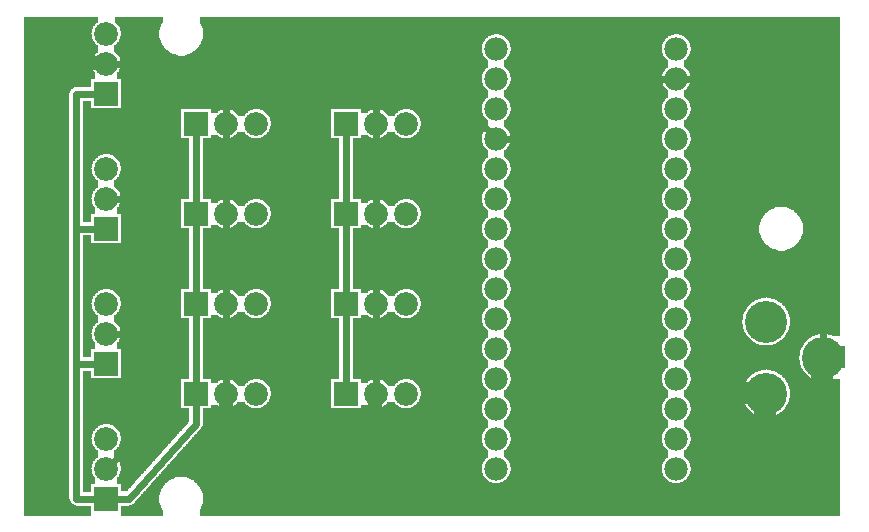
<source format=gbl>
G04 MADE WITH FRITZING*
G04 WWW.FRITZING.ORG*
G04 DOUBLE SIDED*
G04 HOLES PLATED*
G04 CONTOUR ON CENTER OF CONTOUR VECTOR*
%ASAXBY*%
%FSLAX23Y23*%
%MOIN*%
%OFA0B0*%
%SFA1.0B1.0*%
%ADD10C,0.075000*%
%ADD11C,0.079370*%
%ADD12C,0.078000*%
%ADD13C,0.140000*%
%ADD14R,0.079370X0.079370*%
%ADD15C,0.024000*%
%LNCOPPER0*%
G90*
G70*
G54D10*
X109Y1622D03*
X427Y1645D03*
G54D11*
X613Y448D03*
X713Y448D03*
X813Y448D03*
X1113Y448D03*
X1213Y448D03*
X1313Y448D03*
X1113Y748D03*
X1213Y748D03*
X1313Y748D03*
X613Y748D03*
X713Y748D03*
X813Y748D03*
X613Y1048D03*
X713Y1048D03*
X813Y1048D03*
X1113Y1048D03*
X1213Y1048D03*
X1313Y1048D03*
X1113Y1348D03*
X1213Y1348D03*
X1313Y1348D03*
X613Y1348D03*
X713Y1348D03*
X813Y1348D03*
X313Y1448D03*
X313Y1548D03*
X313Y1648D03*
X313Y998D03*
X313Y1098D03*
X313Y1198D03*
X313Y548D03*
X313Y648D03*
X313Y748D03*
X313Y98D03*
X313Y198D03*
X313Y298D03*
G54D12*
X2213Y198D03*
X2213Y298D03*
X2213Y398D03*
X2213Y498D03*
X2213Y598D03*
X2213Y698D03*
X2213Y798D03*
X2213Y898D03*
X2213Y998D03*
X2213Y1098D03*
X2213Y1198D03*
X2213Y1298D03*
X2213Y1398D03*
X2213Y1498D03*
X2213Y1598D03*
X1613Y198D03*
X1613Y298D03*
X1613Y398D03*
X1613Y498D03*
X1613Y598D03*
X1613Y698D03*
X1613Y798D03*
X1613Y898D03*
X1613Y998D03*
X1613Y1098D03*
X1613Y1198D03*
X1613Y1298D03*
X1613Y1398D03*
X1613Y1498D03*
X1613Y1598D03*
G54D13*
X2513Y688D03*
X2513Y448D03*
X2703Y568D03*
G54D14*
X613Y448D03*
X1113Y448D03*
X1113Y748D03*
X613Y748D03*
X613Y1048D03*
X1113Y1048D03*
X1113Y1348D03*
X613Y1348D03*
X313Y1448D03*
X313Y998D03*
X313Y548D03*
X313Y98D03*
G54D15*
X2243Y1498D02*
X2612Y1497D01*
D02*
X2612Y1497D02*
X2713Y1397D01*
D02*
X2713Y1397D02*
X2703Y629D01*
D02*
X2013Y1497D02*
X1788Y1297D01*
D02*
X1788Y1297D02*
X1643Y1298D01*
D02*
X2183Y1498D02*
X2013Y1497D01*
D02*
X713Y779D02*
X713Y1017D01*
D02*
X713Y1079D02*
X713Y1317D01*
D02*
X713Y479D02*
X713Y717D01*
D02*
X1213Y1317D02*
X1213Y1079D01*
D02*
X1213Y1017D02*
X1213Y779D01*
D02*
X1213Y717D02*
X1213Y479D01*
D02*
X1113Y1317D02*
X1113Y1079D01*
D02*
X1113Y1017D02*
X1113Y779D01*
D02*
X1113Y717D02*
X1113Y479D01*
D02*
X613Y1317D02*
X613Y1079D01*
D02*
X613Y1017D02*
X613Y779D01*
D02*
X613Y717D02*
X613Y479D01*
D02*
X512Y397D02*
X334Y220D01*
D02*
X512Y648D02*
X512Y397D01*
D02*
X512Y648D02*
X343Y648D01*
D02*
X512Y1098D02*
X512Y648D01*
D02*
X512Y1098D02*
X343Y1098D01*
D02*
X512Y1547D02*
X512Y1098D01*
D02*
X343Y1548D02*
X512Y1547D01*
D02*
X512Y1547D02*
X712Y1547D01*
D02*
X712Y1547D02*
X713Y1379D01*
D02*
X1213Y1547D02*
X712Y1547D01*
D02*
X1363Y1547D02*
X1213Y1547D01*
D02*
X1213Y1379D02*
X1213Y1547D01*
D02*
X1591Y1319D02*
X1363Y1547D01*
D02*
X343Y98D02*
X388Y98D01*
D02*
X388Y98D02*
X612Y347D01*
D02*
X612Y347D02*
X613Y417D01*
D02*
X213Y998D02*
X213Y1447D01*
D02*
X213Y1447D02*
X282Y1448D01*
D02*
X213Y547D02*
X213Y998D01*
D02*
X213Y998D02*
X282Y998D01*
D02*
X213Y98D02*
X213Y547D01*
D02*
X213Y547D02*
X282Y547D01*
D02*
X282Y98D02*
X213Y98D01*
G36*
X40Y1705D02*
X40Y41D01*
X262Y41D01*
X262Y75D01*
X212Y75D01*
X212Y77D01*
X204Y77D01*
X204Y79D01*
X200Y79D01*
X200Y81D01*
X198Y81D01*
X198Y83D01*
X196Y83D01*
X196Y85D01*
X194Y85D01*
X194Y89D01*
X192Y89D01*
X192Y97D01*
X190Y97D01*
X190Y1449D01*
X192Y1449D01*
X192Y1457D01*
X194Y1457D01*
X194Y1461D01*
X196Y1461D01*
X196Y1463D01*
X198Y1463D01*
X198Y1465D01*
X202Y1465D01*
X202Y1467D01*
X206Y1467D01*
X206Y1469D01*
X262Y1469D01*
X262Y1497D01*
X276Y1497D01*
X276Y1519D01*
X274Y1519D01*
X274Y1521D01*
X272Y1521D01*
X272Y1523D01*
X270Y1523D01*
X270Y1527D01*
X268Y1527D01*
X268Y1531D01*
X266Y1531D01*
X266Y1535D01*
X264Y1535D01*
X264Y1547D01*
X262Y1547D01*
X262Y1549D01*
X264Y1549D01*
X264Y1561D01*
X266Y1561D01*
X266Y1565D01*
X268Y1565D01*
X268Y1569D01*
X270Y1569D01*
X270Y1573D01*
X272Y1573D01*
X272Y1575D01*
X274Y1575D01*
X274Y1577D01*
X276Y1577D01*
X276Y1581D01*
X278Y1581D01*
X278Y1583D01*
X280Y1583D01*
X280Y1585D01*
X284Y1585D01*
X284Y1587D01*
X286Y1587D01*
X286Y1609D01*
X284Y1609D01*
X284Y1611D01*
X280Y1611D01*
X280Y1613D01*
X278Y1613D01*
X278Y1615D01*
X276Y1615D01*
X276Y1619D01*
X274Y1619D01*
X274Y1621D01*
X272Y1621D01*
X272Y1623D01*
X270Y1623D01*
X270Y1627D01*
X268Y1627D01*
X268Y1631D01*
X266Y1631D01*
X266Y1635D01*
X264Y1635D01*
X264Y1647D01*
X262Y1647D01*
X262Y1649D01*
X264Y1649D01*
X264Y1661D01*
X266Y1661D01*
X266Y1665D01*
X268Y1665D01*
X268Y1669D01*
X270Y1669D01*
X270Y1673D01*
X272Y1673D01*
X272Y1675D01*
X274Y1675D01*
X274Y1677D01*
X276Y1677D01*
X276Y1681D01*
X278Y1681D01*
X278Y1683D01*
X280Y1683D01*
X280Y1685D01*
X284Y1685D01*
X284Y1705D01*
X40Y1705D01*
G37*
D02*
G36*
X342Y1705D02*
X342Y1685D01*
X344Y1685D01*
X344Y1683D01*
X346Y1683D01*
X346Y1681D01*
X348Y1681D01*
X348Y1679D01*
X350Y1679D01*
X350Y1677D01*
X352Y1677D01*
X352Y1675D01*
X354Y1675D01*
X354Y1671D01*
X356Y1671D01*
X356Y1669D01*
X358Y1669D01*
X358Y1663D01*
X360Y1663D01*
X360Y1657D01*
X362Y1657D01*
X362Y1639D01*
X360Y1639D01*
X360Y1633D01*
X358Y1633D01*
X358Y1629D01*
X356Y1629D01*
X356Y1625D01*
X354Y1625D01*
X354Y1621D01*
X352Y1621D01*
X352Y1619D01*
X350Y1619D01*
X350Y1617D01*
X348Y1617D01*
X348Y1615D01*
X346Y1615D01*
X346Y1613D01*
X344Y1613D01*
X344Y1611D01*
X342Y1611D01*
X342Y1609D01*
X340Y1609D01*
X340Y1587D01*
X342Y1587D01*
X342Y1585D01*
X344Y1585D01*
X344Y1583D01*
X346Y1583D01*
X346Y1581D01*
X348Y1581D01*
X348Y1579D01*
X350Y1579D01*
X350Y1577D01*
X352Y1577D01*
X352Y1575D01*
X552Y1575D01*
X552Y1577D01*
X544Y1577D01*
X544Y1579D01*
X538Y1579D01*
X538Y1581D01*
X532Y1581D01*
X532Y1583D01*
X528Y1583D01*
X528Y1585D01*
X526Y1585D01*
X526Y1587D01*
X522Y1587D01*
X522Y1589D01*
X520Y1589D01*
X520Y1591D01*
X518Y1591D01*
X518Y1593D01*
X514Y1593D01*
X514Y1595D01*
X512Y1595D01*
X512Y1597D01*
X510Y1597D01*
X510Y1599D01*
X508Y1599D01*
X508Y1601D01*
X506Y1601D01*
X506Y1605D01*
X504Y1605D01*
X504Y1607D01*
X502Y1607D01*
X502Y1611D01*
X500Y1611D01*
X500Y1613D01*
X498Y1613D01*
X498Y1617D01*
X496Y1617D01*
X496Y1621D01*
X494Y1621D01*
X494Y1627D01*
X492Y1627D01*
X492Y1635D01*
X490Y1635D01*
X490Y1661D01*
X492Y1661D01*
X492Y1669D01*
X494Y1669D01*
X494Y1675D01*
X496Y1675D01*
X496Y1679D01*
X498Y1679D01*
X498Y1683D01*
X500Y1683D01*
X500Y1685D01*
X502Y1685D01*
X502Y1705D01*
X342Y1705D01*
G37*
D02*
G36*
X624Y1705D02*
X624Y1685D01*
X626Y1685D01*
X626Y1681D01*
X628Y1681D01*
X628Y1677D01*
X630Y1677D01*
X630Y1673D01*
X632Y1673D01*
X632Y1667D01*
X634Y1667D01*
X634Y1657D01*
X636Y1657D01*
X636Y1647D01*
X2222Y1647D01*
X2222Y1645D01*
X2228Y1645D01*
X2228Y1643D01*
X2232Y1643D01*
X2232Y1641D01*
X2236Y1641D01*
X2236Y1639D01*
X2238Y1639D01*
X2238Y1637D01*
X2242Y1637D01*
X2242Y1635D01*
X2244Y1635D01*
X2244Y1633D01*
X2246Y1633D01*
X2246Y1631D01*
X2248Y1631D01*
X2248Y1629D01*
X2250Y1629D01*
X2250Y1627D01*
X2252Y1627D01*
X2252Y1623D01*
X2254Y1623D01*
X2254Y1621D01*
X2256Y1621D01*
X2256Y1617D01*
X2258Y1617D01*
X2258Y1611D01*
X2260Y1611D01*
X2260Y1605D01*
X2262Y1605D01*
X2262Y1591D01*
X2260Y1591D01*
X2260Y1585D01*
X2258Y1585D01*
X2258Y1579D01*
X2256Y1579D01*
X2256Y1577D01*
X2254Y1577D01*
X2254Y1573D01*
X2252Y1573D01*
X2252Y1569D01*
X2250Y1569D01*
X2250Y1567D01*
X2248Y1567D01*
X2248Y1565D01*
X2246Y1565D01*
X2246Y1563D01*
X2244Y1563D01*
X2244Y1561D01*
X2242Y1561D01*
X2242Y1559D01*
X2238Y1559D01*
X2238Y1537D01*
X2242Y1537D01*
X2242Y1535D01*
X2244Y1535D01*
X2244Y1533D01*
X2246Y1533D01*
X2246Y1531D01*
X2248Y1531D01*
X2248Y1529D01*
X2250Y1529D01*
X2250Y1527D01*
X2252Y1527D01*
X2252Y1523D01*
X2254Y1523D01*
X2254Y1521D01*
X2256Y1521D01*
X2256Y1517D01*
X2258Y1517D01*
X2258Y1511D01*
X2260Y1511D01*
X2260Y1505D01*
X2262Y1505D01*
X2262Y1491D01*
X2260Y1491D01*
X2260Y1485D01*
X2258Y1485D01*
X2258Y1479D01*
X2256Y1479D01*
X2256Y1477D01*
X2254Y1477D01*
X2254Y1473D01*
X2252Y1473D01*
X2252Y1469D01*
X2250Y1469D01*
X2250Y1467D01*
X2248Y1467D01*
X2248Y1465D01*
X2246Y1465D01*
X2246Y1463D01*
X2244Y1463D01*
X2244Y1461D01*
X2242Y1461D01*
X2242Y1459D01*
X2238Y1459D01*
X2238Y1437D01*
X2242Y1437D01*
X2242Y1435D01*
X2244Y1435D01*
X2244Y1433D01*
X2246Y1433D01*
X2246Y1431D01*
X2248Y1431D01*
X2248Y1429D01*
X2250Y1429D01*
X2250Y1427D01*
X2252Y1427D01*
X2252Y1423D01*
X2254Y1423D01*
X2254Y1421D01*
X2256Y1421D01*
X2256Y1417D01*
X2258Y1417D01*
X2258Y1411D01*
X2260Y1411D01*
X2260Y1405D01*
X2262Y1405D01*
X2262Y1391D01*
X2260Y1391D01*
X2260Y1385D01*
X2258Y1385D01*
X2258Y1379D01*
X2256Y1379D01*
X2256Y1377D01*
X2254Y1377D01*
X2254Y1373D01*
X2252Y1373D01*
X2252Y1369D01*
X2250Y1369D01*
X2250Y1367D01*
X2248Y1367D01*
X2248Y1365D01*
X2246Y1365D01*
X2246Y1363D01*
X2244Y1363D01*
X2244Y1361D01*
X2242Y1361D01*
X2242Y1359D01*
X2238Y1359D01*
X2238Y1337D01*
X2242Y1337D01*
X2242Y1335D01*
X2244Y1335D01*
X2244Y1333D01*
X2246Y1333D01*
X2246Y1331D01*
X2248Y1331D01*
X2248Y1329D01*
X2250Y1329D01*
X2250Y1327D01*
X2252Y1327D01*
X2252Y1323D01*
X2254Y1323D01*
X2254Y1321D01*
X2256Y1321D01*
X2256Y1317D01*
X2258Y1317D01*
X2258Y1311D01*
X2260Y1311D01*
X2260Y1305D01*
X2262Y1305D01*
X2262Y1291D01*
X2260Y1291D01*
X2260Y1285D01*
X2258Y1285D01*
X2258Y1279D01*
X2256Y1279D01*
X2256Y1277D01*
X2254Y1277D01*
X2254Y1273D01*
X2252Y1273D01*
X2252Y1269D01*
X2250Y1269D01*
X2250Y1267D01*
X2248Y1267D01*
X2248Y1265D01*
X2246Y1265D01*
X2246Y1263D01*
X2244Y1263D01*
X2244Y1261D01*
X2242Y1261D01*
X2242Y1259D01*
X2238Y1259D01*
X2238Y1237D01*
X2242Y1237D01*
X2242Y1235D01*
X2244Y1235D01*
X2244Y1233D01*
X2246Y1233D01*
X2246Y1231D01*
X2248Y1231D01*
X2248Y1229D01*
X2250Y1229D01*
X2250Y1227D01*
X2252Y1227D01*
X2252Y1223D01*
X2254Y1223D01*
X2254Y1221D01*
X2256Y1221D01*
X2256Y1217D01*
X2258Y1217D01*
X2258Y1211D01*
X2260Y1211D01*
X2260Y1205D01*
X2262Y1205D01*
X2262Y1191D01*
X2260Y1191D01*
X2260Y1185D01*
X2258Y1185D01*
X2258Y1179D01*
X2256Y1179D01*
X2256Y1177D01*
X2254Y1177D01*
X2254Y1173D01*
X2252Y1173D01*
X2252Y1169D01*
X2250Y1169D01*
X2250Y1167D01*
X2248Y1167D01*
X2248Y1165D01*
X2246Y1165D01*
X2246Y1163D01*
X2244Y1163D01*
X2244Y1161D01*
X2242Y1161D01*
X2242Y1159D01*
X2238Y1159D01*
X2238Y1137D01*
X2242Y1137D01*
X2242Y1135D01*
X2244Y1135D01*
X2244Y1133D01*
X2246Y1133D01*
X2246Y1131D01*
X2248Y1131D01*
X2248Y1129D01*
X2250Y1129D01*
X2250Y1127D01*
X2252Y1127D01*
X2252Y1123D01*
X2254Y1123D01*
X2254Y1121D01*
X2256Y1121D01*
X2256Y1117D01*
X2258Y1117D01*
X2258Y1111D01*
X2260Y1111D01*
X2260Y1105D01*
X2262Y1105D01*
X2262Y1091D01*
X2260Y1091D01*
X2260Y1085D01*
X2258Y1085D01*
X2258Y1079D01*
X2256Y1079D01*
X2256Y1077D01*
X2254Y1077D01*
X2254Y1073D01*
X2252Y1073D01*
X2252Y1071D01*
X2574Y1071D01*
X2574Y1069D01*
X2582Y1069D01*
X2582Y1067D01*
X2588Y1067D01*
X2588Y1065D01*
X2592Y1065D01*
X2592Y1063D01*
X2596Y1063D01*
X2596Y1061D01*
X2600Y1061D01*
X2600Y1059D01*
X2604Y1059D01*
X2604Y1057D01*
X2606Y1057D01*
X2606Y1055D01*
X2608Y1055D01*
X2608Y1053D01*
X2610Y1053D01*
X2610Y1051D01*
X2612Y1051D01*
X2612Y1049D01*
X2614Y1049D01*
X2614Y1047D01*
X2616Y1047D01*
X2616Y1045D01*
X2618Y1045D01*
X2618Y1043D01*
X2620Y1043D01*
X2620Y1041D01*
X2622Y1041D01*
X2622Y1037D01*
X2624Y1037D01*
X2624Y1035D01*
X2626Y1035D01*
X2626Y1031D01*
X2628Y1031D01*
X2628Y1027D01*
X2630Y1027D01*
X2630Y1023D01*
X2632Y1023D01*
X2632Y1017D01*
X2634Y1017D01*
X2634Y1007D01*
X2636Y1007D01*
X2636Y989D01*
X2634Y989D01*
X2634Y979D01*
X2632Y979D01*
X2632Y973D01*
X2630Y973D01*
X2630Y969D01*
X2628Y969D01*
X2628Y965D01*
X2626Y965D01*
X2626Y961D01*
X2624Y961D01*
X2624Y959D01*
X2622Y959D01*
X2622Y955D01*
X2620Y955D01*
X2620Y953D01*
X2618Y953D01*
X2618Y951D01*
X2616Y951D01*
X2616Y949D01*
X2614Y949D01*
X2614Y947D01*
X2612Y947D01*
X2612Y945D01*
X2610Y945D01*
X2610Y943D01*
X2608Y943D01*
X2608Y941D01*
X2606Y941D01*
X2606Y939D01*
X2604Y939D01*
X2604Y937D01*
X2600Y937D01*
X2600Y935D01*
X2596Y935D01*
X2596Y933D01*
X2592Y933D01*
X2592Y931D01*
X2588Y931D01*
X2588Y929D01*
X2582Y929D01*
X2582Y927D01*
X2574Y927D01*
X2574Y925D01*
X2758Y925D01*
X2758Y1705D01*
X624Y1705D01*
G37*
D02*
G36*
X636Y1647D02*
X636Y1639D01*
X634Y1639D01*
X634Y1629D01*
X632Y1629D01*
X632Y1623D01*
X630Y1623D01*
X630Y1619D01*
X628Y1619D01*
X628Y1615D01*
X626Y1615D01*
X626Y1611D01*
X624Y1611D01*
X624Y1609D01*
X622Y1609D01*
X622Y1605D01*
X620Y1605D01*
X620Y1603D01*
X618Y1603D01*
X618Y1601D01*
X616Y1601D01*
X616Y1599D01*
X614Y1599D01*
X614Y1597D01*
X612Y1597D01*
X612Y1595D01*
X610Y1595D01*
X610Y1593D01*
X608Y1593D01*
X608Y1591D01*
X606Y1591D01*
X606Y1589D01*
X602Y1589D01*
X602Y1587D01*
X600Y1587D01*
X600Y1585D01*
X596Y1585D01*
X596Y1583D01*
X592Y1583D01*
X592Y1581D01*
X588Y1581D01*
X588Y1579D01*
X582Y1579D01*
X582Y1577D01*
X574Y1577D01*
X574Y1575D01*
X1570Y1575D01*
X1570Y1579D01*
X1568Y1579D01*
X1568Y1583D01*
X1566Y1583D01*
X1566Y1589D01*
X1564Y1589D01*
X1564Y1607D01*
X1566Y1607D01*
X1566Y1613D01*
X1568Y1613D01*
X1568Y1617D01*
X1570Y1617D01*
X1570Y1621D01*
X1572Y1621D01*
X1572Y1625D01*
X1574Y1625D01*
X1574Y1627D01*
X1576Y1627D01*
X1576Y1629D01*
X1578Y1629D01*
X1578Y1631D01*
X1580Y1631D01*
X1580Y1633D01*
X1582Y1633D01*
X1582Y1635D01*
X1584Y1635D01*
X1584Y1637D01*
X1586Y1637D01*
X1586Y1639D01*
X1590Y1639D01*
X1590Y1641D01*
X1594Y1641D01*
X1594Y1643D01*
X1598Y1643D01*
X1598Y1645D01*
X1604Y1645D01*
X1604Y1647D01*
X636Y1647D01*
G37*
D02*
G36*
X1622Y1647D02*
X1622Y1645D01*
X1628Y1645D01*
X1628Y1643D01*
X1632Y1643D01*
X1632Y1641D01*
X1636Y1641D01*
X1636Y1639D01*
X1638Y1639D01*
X1638Y1637D01*
X1642Y1637D01*
X1642Y1635D01*
X1644Y1635D01*
X1644Y1633D01*
X1646Y1633D01*
X1646Y1631D01*
X1648Y1631D01*
X1648Y1629D01*
X1650Y1629D01*
X1650Y1627D01*
X1652Y1627D01*
X1652Y1623D01*
X1654Y1623D01*
X1654Y1621D01*
X1656Y1621D01*
X1656Y1617D01*
X1658Y1617D01*
X1658Y1611D01*
X1660Y1611D01*
X1660Y1605D01*
X1662Y1605D01*
X1662Y1591D01*
X1660Y1591D01*
X1660Y1585D01*
X1658Y1585D01*
X1658Y1579D01*
X1656Y1579D01*
X1656Y1577D01*
X1654Y1577D01*
X1654Y1573D01*
X1652Y1573D01*
X1652Y1569D01*
X1650Y1569D01*
X1650Y1567D01*
X1648Y1567D01*
X1648Y1565D01*
X1646Y1565D01*
X1646Y1563D01*
X1644Y1563D01*
X1644Y1561D01*
X1642Y1561D01*
X1642Y1559D01*
X1638Y1559D01*
X1638Y1537D01*
X1642Y1537D01*
X1642Y1535D01*
X1644Y1535D01*
X1644Y1533D01*
X1646Y1533D01*
X1646Y1531D01*
X1648Y1531D01*
X1648Y1529D01*
X1650Y1529D01*
X1650Y1527D01*
X1652Y1527D01*
X1652Y1523D01*
X1654Y1523D01*
X1654Y1521D01*
X1656Y1521D01*
X1656Y1517D01*
X1658Y1517D01*
X1658Y1511D01*
X1660Y1511D01*
X1660Y1505D01*
X1662Y1505D01*
X1662Y1491D01*
X1660Y1491D01*
X1660Y1485D01*
X1658Y1485D01*
X1658Y1479D01*
X1656Y1479D01*
X1656Y1477D01*
X1654Y1477D01*
X1654Y1473D01*
X1652Y1473D01*
X1652Y1469D01*
X1650Y1469D01*
X1650Y1467D01*
X1648Y1467D01*
X1648Y1465D01*
X1646Y1465D01*
X1646Y1463D01*
X1644Y1463D01*
X1644Y1461D01*
X1642Y1461D01*
X1642Y1459D01*
X1638Y1459D01*
X1638Y1437D01*
X1642Y1437D01*
X1642Y1435D01*
X1644Y1435D01*
X1644Y1433D01*
X1646Y1433D01*
X1646Y1431D01*
X1648Y1431D01*
X1648Y1429D01*
X1650Y1429D01*
X1650Y1427D01*
X1652Y1427D01*
X1652Y1423D01*
X1654Y1423D01*
X1654Y1421D01*
X1656Y1421D01*
X1656Y1417D01*
X1658Y1417D01*
X1658Y1411D01*
X1660Y1411D01*
X1660Y1405D01*
X1662Y1405D01*
X1662Y1391D01*
X1660Y1391D01*
X1660Y1385D01*
X1658Y1385D01*
X1658Y1379D01*
X1656Y1379D01*
X1656Y1377D01*
X1654Y1377D01*
X1654Y1373D01*
X1652Y1373D01*
X1652Y1369D01*
X1650Y1369D01*
X1650Y1367D01*
X1648Y1367D01*
X1648Y1365D01*
X1646Y1365D01*
X1646Y1363D01*
X1644Y1363D01*
X1644Y1361D01*
X1642Y1361D01*
X1642Y1359D01*
X1638Y1359D01*
X1638Y1337D01*
X1642Y1337D01*
X1642Y1335D01*
X1644Y1335D01*
X1644Y1333D01*
X1646Y1333D01*
X1646Y1331D01*
X1648Y1331D01*
X1648Y1329D01*
X1650Y1329D01*
X1650Y1327D01*
X1652Y1327D01*
X1652Y1323D01*
X1654Y1323D01*
X1654Y1321D01*
X1656Y1321D01*
X1656Y1317D01*
X1658Y1317D01*
X1658Y1311D01*
X1660Y1311D01*
X1660Y1305D01*
X1662Y1305D01*
X1662Y1291D01*
X1660Y1291D01*
X1660Y1285D01*
X1658Y1285D01*
X1658Y1279D01*
X1656Y1279D01*
X1656Y1277D01*
X1654Y1277D01*
X1654Y1273D01*
X1652Y1273D01*
X1652Y1269D01*
X1650Y1269D01*
X1650Y1267D01*
X1648Y1267D01*
X1648Y1265D01*
X1646Y1265D01*
X1646Y1263D01*
X1644Y1263D01*
X1644Y1261D01*
X1642Y1261D01*
X1642Y1259D01*
X1638Y1259D01*
X1638Y1237D01*
X1642Y1237D01*
X1642Y1235D01*
X1644Y1235D01*
X1644Y1233D01*
X1646Y1233D01*
X1646Y1231D01*
X1648Y1231D01*
X1648Y1229D01*
X1650Y1229D01*
X1650Y1227D01*
X1652Y1227D01*
X1652Y1223D01*
X1654Y1223D01*
X1654Y1221D01*
X1656Y1221D01*
X1656Y1217D01*
X1658Y1217D01*
X1658Y1211D01*
X1660Y1211D01*
X1660Y1205D01*
X1662Y1205D01*
X1662Y1191D01*
X1660Y1191D01*
X1660Y1185D01*
X1658Y1185D01*
X1658Y1179D01*
X1656Y1179D01*
X1656Y1177D01*
X1654Y1177D01*
X1654Y1173D01*
X1652Y1173D01*
X1652Y1169D01*
X1650Y1169D01*
X1650Y1167D01*
X1648Y1167D01*
X1648Y1165D01*
X1646Y1165D01*
X1646Y1163D01*
X1644Y1163D01*
X1644Y1161D01*
X1642Y1161D01*
X1642Y1159D01*
X1638Y1159D01*
X1638Y1137D01*
X1642Y1137D01*
X1642Y1135D01*
X1644Y1135D01*
X1644Y1133D01*
X1646Y1133D01*
X1646Y1131D01*
X1648Y1131D01*
X1648Y1129D01*
X1650Y1129D01*
X1650Y1127D01*
X1652Y1127D01*
X1652Y1123D01*
X1654Y1123D01*
X1654Y1121D01*
X1656Y1121D01*
X1656Y1117D01*
X1658Y1117D01*
X1658Y1111D01*
X1660Y1111D01*
X1660Y1105D01*
X1662Y1105D01*
X1662Y1091D01*
X1660Y1091D01*
X1660Y1085D01*
X1658Y1085D01*
X1658Y1079D01*
X1656Y1079D01*
X1656Y1077D01*
X1654Y1077D01*
X1654Y1073D01*
X1652Y1073D01*
X1652Y1069D01*
X1650Y1069D01*
X1650Y1067D01*
X1648Y1067D01*
X1648Y1065D01*
X1646Y1065D01*
X1646Y1063D01*
X1644Y1063D01*
X1644Y1061D01*
X1642Y1061D01*
X1642Y1059D01*
X1638Y1059D01*
X1638Y1037D01*
X1642Y1037D01*
X1642Y1035D01*
X1644Y1035D01*
X1644Y1033D01*
X1646Y1033D01*
X1646Y1031D01*
X1648Y1031D01*
X1648Y1029D01*
X1650Y1029D01*
X1650Y1027D01*
X1652Y1027D01*
X1652Y1023D01*
X1654Y1023D01*
X1654Y1021D01*
X1656Y1021D01*
X1656Y1017D01*
X1658Y1017D01*
X1658Y1011D01*
X1660Y1011D01*
X1660Y1005D01*
X1662Y1005D01*
X1662Y991D01*
X1660Y991D01*
X1660Y985D01*
X1658Y985D01*
X1658Y979D01*
X1656Y979D01*
X1656Y977D01*
X1654Y977D01*
X1654Y973D01*
X1652Y973D01*
X1652Y969D01*
X1650Y969D01*
X1650Y967D01*
X1648Y967D01*
X1648Y965D01*
X1646Y965D01*
X1646Y963D01*
X1644Y963D01*
X1644Y961D01*
X1642Y961D01*
X1642Y959D01*
X1638Y959D01*
X1638Y937D01*
X1642Y937D01*
X1642Y935D01*
X1644Y935D01*
X1644Y933D01*
X1646Y933D01*
X1646Y931D01*
X1648Y931D01*
X1648Y929D01*
X1650Y929D01*
X1650Y927D01*
X1652Y927D01*
X1652Y923D01*
X1654Y923D01*
X1654Y921D01*
X1656Y921D01*
X1656Y917D01*
X1658Y917D01*
X1658Y911D01*
X1660Y911D01*
X1660Y905D01*
X1662Y905D01*
X1662Y891D01*
X1660Y891D01*
X1660Y885D01*
X1658Y885D01*
X1658Y879D01*
X1656Y879D01*
X1656Y877D01*
X1654Y877D01*
X1654Y873D01*
X1652Y873D01*
X1652Y869D01*
X1650Y869D01*
X1650Y867D01*
X1648Y867D01*
X1648Y865D01*
X1646Y865D01*
X1646Y863D01*
X1644Y863D01*
X1644Y861D01*
X1642Y861D01*
X1642Y859D01*
X1638Y859D01*
X1638Y837D01*
X1642Y837D01*
X1642Y835D01*
X1644Y835D01*
X1644Y833D01*
X1646Y833D01*
X1646Y831D01*
X1648Y831D01*
X1648Y829D01*
X1650Y829D01*
X1650Y827D01*
X1652Y827D01*
X1652Y823D01*
X1654Y823D01*
X1654Y821D01*
X1656Y821D01*
X1656Y817D01*
X1658Y817D01*
X1658Y811D01*
X1660Y811D01*
X1660Y805D01*
X1662Y805D01*
X1662Y791D01*
X1660Y791D01*
X1660Y785D01*
X1658Y785D01*
X1658Y779D01*
X1656Y779D01*
X1656Y777D01*
X1654Y777D01*
X1654Y773D01*
X1652Y773D01*
X1652Y769D01*
X1650Y769D01*
X1650Y767D01*
X1648Y767D01*
X1648Y765D01*
X1646Y765D01*
X1646Y763D01*
X1644Y763D01*
X1644Y761D01*
X1642Y761D01*
X1642Y759D01*
X1638Y759D01*
X1638Y737D01*
X1642Y737D01*
X1642Y735D01*
X1644Y735D01*
X1644Y733D01*
X1646Y733D01*
X1646Y731D01*
X1648Y731D01*
X1648Y729D01*
X1650Y729D01*
X1650Y727D01*
X1652Y727D01*
X1652Y723D01*
X1654Y723D01*
X1654Y721D01*
X1656Y721D01*
X1656Y717D01*
X1658Y717D01*
X1658Y711D01*
X1660Y711D01*
X1660Y705D01*
X1662Y705D01*
X1662Y691D01*
X1660Y691D01*
X1660Y685D01*
X1658Y685D01*
X1658Y679D01*
X1656Y679D01*
X1656Y677D01*
X1654Y677D01*
X1654Y673D01*
X1652Y673D01*
X1652Y669D01*
X1650Y669D01*
X1650Y667D01*
X1648Y667D01*
X1648Y665D01*
X1646Y665D01*
X1646Y663D01*
X1644Y663D01*
X1644Y661D01*
X1642Y661D01*
X1642Y659D01*
X1638Y659D01*
X1638Y637D01*
X1642Y637D01*
X1642Y635D01*
X1644Y635D01*
X1644Y633D01*
X1646Y633D01*
X1646Y631D01*
X1648Y631D01*
X1648Y629D01*
X1650Y629D01*
X1650Y627D01*
X1652Y627D01*
X1652Y623D01*
X1654Y623D01*
X1654Y621D01*
X1656Y621D01*
X1656Y617D01*
X1658Y617D01*
X1658Y611D01*
X1660Y611D01*
X1660Y605D01*
X1662Y605D01*
X1662Y591D01*
X1660Y591D01*
X1660Y585D01*
X1658Y585D01*
X1658Y579D01*
X1656Y579D01*
X1656Y577D01*
X1654Y577D01*
X1654Y573D01*
X1652Y573D01*
X1652Y569D01*
X1650Y569D01*
X1650Y567D01*
X1648Y567D01*
X1648Y565D01*
X1646Y565D01*
X1646Y563D01*
X1644Y563D01*
X1644Y561D01*
X1642Y561D01*
X1642Y559D01*
X1638Y559D01*
X1638Y537D01*
X1642Y537D01*
X1642Y535D01*
X1644Y535D01*
X1644Y533D01*
X1646Y533D01*
X1646Y531D01*
X1648Y531D01*
X1648Y529D01*
X1650Y529D01*
X1650Y527D01*
X1652Y527D01*
X1652Y523D01*
X1654Y523D01*
X1654Y521D01*
X1656Y521D01*
X1656Y517D01*
X1658Y517D01*
X1658Y511D01*
X1660Y511D01*
X1660Y505D01*
X1662Y505D01*
X1662Y491D01*
X1660Y491D01*
X1660Y485D01*
X1658Y485D01*
X1658Y479D01*
X1656Y479D01*
X1656Y477D01*
X1654Y477D01*
X1654Y473D01*
X1652Y473D01*
X1652Y469D01*
X1650Y469D01*
X1650Y467D01*
X1648Y467D01*
X1648Y465D01*
X1646Y465D01*
X1646Y463D01*
X1644Y463D01*
X1644Y461D01*
X1642Y461D01*
X1642Y459D01*
X1638Y459D01*
X1638Y437D01*
X1642Y437D01*
X1642Y435D01*
X1644Y435D01*
X1644Y433D01*
X1646Y433D01*
X1646Y431D01*
X1648Y431D01*
X1648Y429D01*
X1650Y429D01*
X1650Y427D01*
X1652Y427D01*
X1652Y423D01*
X1654Y423D01*
X1654Y421D01*
X1656Y421D01*
X1656Y417D01*
X1658Y417D01*
X1658Y411D01*
X1660Y411D01*
X1660Y405D01*
X1662Y405D01*
X1662Y391D01*
X1660Y391D01*
X1660Y385D01*
X1658Y385D01*
X1658Y379D01*
X1656Y379D01*
X1656Y377D01*
X1654Y377D01*
X1654Y373D01*
X1652Y373D01*
X1652Y369D01*
X1650Y369D01*
X1650Y367D01*
X1648Y367D01*
X1648Y365D01*
X1646Y365D01*
X1646Y363D01*
X1644Y363D01*
X1644Y361D01*
X1642Y361D01*
X1642Y359D01*
X1638Y359D01*
X1638Y337D01*
X1642Y337D01*
X1642Y335D01*
X1644Y335D01*
X1644Y333D01*
X1646Y333D01*
X1646Y331D01*
X1648Y331D01*
X1648Y329D01*
X1650Y329D01*
X1650Y327D01*
X1652Y327D01*
X1652Y323D01*
X1654Y323D01*
X1654Y321D01*
X1656Y321D01*
X1656Y317D01*
X1658Y317D01*
X1658Y311D01*
X1660Y311D01*
X1660Y305D01*
X1662Y305D01*
X1662Y291D01*
X1660Y291D01*
X1660Y285D01*
X1658Y285D01*
X1658Y279D01*
X1656Y279D01*
X1656Y277D01*
X1654Y277D01*
X1654Y273D01*
X1652Y273D01*
X1652Y269D01*
X1650Y269D01*
X1650Y267D01*
X1648Y267D01*
X1648Y265D01*
X1646Y265D01*
X1646Y263D01*
X1644Y263D01*
X1644Y261D01*
X1642Y261D01*
X1642Y259D01*
X1638Y259D01*
X1638Y237D01*
X1642Y237D01*
X1642Y235D01*
X1644Y235D01*
X1644Y233D01*
X1646Y233D01*
X1646Y231D01*
X1648Y231D01*
X1648Y229D01*
X1650Y229D01*
X1650Y227D01*
X1652Y227D01*
X1652Y223D01*
X1654Y223D01*
X1654Y221D01*
X1656Y221D01*
X1656Y217D01*
X1658Y217D01*
X1658Y211D01*
X1660Y211D01*
X1660Y205D01*
X1662Y205D01*
X1662Y191D01*
X1660Y191D01*
X1660Y185D01*
X1658Y185D01*
X1658Y179D01*
X1656Y179D01*
X1656Y177D01*
X1654Y177D01*
X1654Y173D01*
X1652Y173D01*
X1652Y169D01*
X1650Y169D01*
X1650Y167D01*
X1648Y167D01*
X1648Y165D01*
X1646Y165D01*
X1646Y163D01*
X1644Y163D01*
X1644Y161D01*
X1642Y161D01*
X1642Y159D01*
X1638Y159D01*
X1638Y157D01*
X1636Y157D01*
X1636Y155D01*
X1632Y155D01*
X1632Y153D01*
X1626Y153D01*
X1626Y151D01*
X1620Y151D01*
X1620Y149D01*
X2204Y149D01*
X2204Y151D01*
X2198Y151D01*
X2198Y153D01*
X2194Y153D01*
X2194Y155D01*
X2190Y155D01*
X2190Y157D01*
X2186Y157D01*
X2186Y159D01*
X2184Y159D01*
X2184Y161D01*
X2182Y161D01*
X2182Y163D01*
X2180Y163D01*
X2180Y165D01*
X2178Y165D01*
X2178Y167D01*
X2176Y167D01*
X2176Y169D01*
X2174Y169D01*
X2174Y171D01*
X2172Y171D01*
X2172Y175D01*
X2170Y175D01*
X2170Y179D01*
X2168Y179D01*
X2168Y183D01*
X2166Y183D01*
X2166Y189D01*
X2164Y189D01*
X2164Y207D01*
X2166Y207D01*
X2166Y213D01*
X2168Y213D01*
X2168Y217D01*
X2170Y217D01*
X2170Y221D01*
X2172Y221D01*
X2172Y225D01*
X2174Y225D01*
X2174Y227D01*
X2176Y227D01*
X2176Y229D01*
X2178Y229D01*
X2178Y231D01*
X2180Y231D01*
X2180Y233D01*
X2182Y233D01*
X2182Y235D01*
X2184Y235D01*
X2184Y237D01*
X2186Y237D01*
X2186Y259D01*
X2184Y259D01*
X2184Y261D01*
X2182Y261D01*
X2182Y263D01*
X2180Y263D01*
X2180Y265D01*
X2178Y265D01*
X2178Y267D01*
X2176Y267D01*
X2176Y269D01*
X2174Y269D01*
X2174Y271D01*
X2172Y271D01*
X2172Y275D01*
X2170Y275D01*
X2170Y279D01*
X2168Y279D01*
X2168Y283D01*
X2166Y283D01*
X2166Y289D01*
X2164Y289D01*
X2164Y307D01*
X2166Y307D01*
X2166Y313D01*
X2168Y313D01*
X2168Y317D01*
X2170Y317D01*
X2170Y321D01*
X2172Y321D01*
X2172Y325D01*
X2174Y325D01*
X2174Y327D01*
X2176Y327D01*
X2176Y329D01*
X2178Y329D01*
X2178Y331D01*
X2180Y331D01*
X2180Y333D01*
X2182Y333D01*
X2182Y335D01*
X2184Y335D01*
X2184Y337D01*
X2186Y337D01*
X2186Y359D01*
X2184Y359D01*
X2184Y361D01*
X2182Y361D01*
X2182Y363D01*
X2180Y363D01*
X2180Y365D01*
X2178Y365D01*
X2178Y367D01*
X2176Y367D01*
X2176Y369D01*
X2174Y369D01*
X2174Y371D01*
X2172Y371D01*
X2172Y375D01*
X2170Y375D01*
X2170Y379D01*
X2168Y379D01*
X2168Y383D01*
X2166Y383D01*
X2166Y389D01*
X2164Y389D01*
X2164Y407D01*
X2166Y407D01*
X2166Y413D01*
X2168Y413D01*
X2168Y417D01*
X2170Y417D01*
X2170Y421D01*
X2172Y421D01*
X2172Y425D01*
X2174Y425D01*
X2174Y427D01*
X2176Y427D01*
X2176Y429D01*
X2178Y429D01*
X2178Y431D01*
X2180Y431D01*
X2180Y433D01*
X2182Y433D01*
X2182Y435D01*
X2184Y435D01*
X2184Y437D01*
X2186Y437D01*
X2186Y459D01*
X2184Y459D01*
X2184Y461D01*
X2182Y461D01*
X2182Y463D01*
X2180Y463D01*
X2180Y465D01*
X2178Y465D01*
X2178Y467D01*
X2176Y467D01*
X2176Y469D01*
X2174Y469D01*
X2174Y471D01*
X2172Y471D01*
X2172Y475D01*
X2170Y475D01*
X2170Y479D01*
X2168Y479D01*
X2168Y483D01*
X2166Y483D01*
X2166Y489D01*
X2164Y489D01*
X2164Y507D01*
X2166Y507D01*
X2166Y513D01*
X2168Y513D01*
X2168Y517D01*
X2170Y517D01*
X2170Y521D01*
X2172Y521D01*
X2172Y525D01*
X2174Y525D01*
X2174Y527D01*
X2176Y527D01*
X2176Y529D01*
X2178Y529D01*
X2178Y531D01*
X2180Y531D01*
X2180Y533D01*
X2182Y533D01*
X2182Y535D01*
X2184Y535D01*
X2184Y537D01*
X2186Y537D01*
X2186Y559D01*
X2184Y559D01*
X2184Y561D01*
X2182Y561D01*
X2182Y563D01*
X2180Y563D01*
X2180Y565D01*
X2178Y565D01*
X2178Y567D01*
X2176Y567D01*
X2176Y569D01*
X2174Y569D01*
X2174Y571D01*
X2172Y571D01*
X2172Y575D01*
X2170Y575D01*
X2170Y579D01*
X2168Y579D01*
X2168Y583D01*
X2166Y583D01*
X2166Y589D01*
X2164Y589D01*
X2164Y607D01*
X2166Y607D01*
X2166Y613D01*
X2168Y613D01*
X2168Y617D01*
X2170Y617D01*
X2170Y621D01*
X2172Y621D01*
X2172Y625D01*
X2174Y625D01*
X2174Y627D01*
X2176Y627D01*
X2176Y629D01*
X2178Y629D01*
X2178Y631D01*
X2180Y631D01*
X2180Y633D01*
X2182Y633D01*
X2182Y635D01*
X2184Y635D01*
X2184Y637D01*
X2186Y637D01*
X2186Y659D01*
X2184Y659D01*
X2184Y661D01*
X2182Y661D01*
X2182Y663D01*
X2180Y663D01*
X2180Y665D01*
X2178Y665D01*
X2178Y667D01*
X2176Y667D01*
X2176Y669D01*
X2174Y669D01*
X2174Y671D01*
X2172Y671D01*
X2172Y675D01*
X2170Y675D01*
X2170Y679D01*
X2168Y679D01*
X2168Y683D01*
X2166Y683D01*
X2166Y689D01*
X2164Y689D01*
X2164Y707D01*
X2166Y707D01*
X2166Y713D01*
X2168Y713D01*
X2168Y717D01*
X2170Y717D01*
X2170Y721D01*
X2172Y721D01*
X2172Y725D01*
X2174Y725D01*
X2174Y727D01*
X2176Y727D01*
X2176Y729D01*
X2178Y729D01*
X2178Y731D01*
X2180Y731D01*
X2180Y733D01*
X2182Y733D01*
X2182Y735D01*
X2184Y735D01*
X2184Y737D01*
X2186Y737D01*
X2186Y759D01*
X2184Y759D01*
X2184Y761D01*
X2182Y761D01*
X2182Y763D01*
X2180Y763D01*
X2180Y765D01*
X2178Y765D01*
X2178Y767D01*
X2176Y767D01*
X2176Y769D01*
X2174Y769D01*
X2174Y771D01*
X2172Y771D01*
X2172Y775D01*
X2170Y775D01*
X2170Y779D01*
X2168Y779D01*
X2168Y783D01*
X2166Y783D01*
X2166Y789D01*
X2164Y789D01*
X2164Y807D01*
X2166Y807D01*
X2166Y813D01*
X2168Y813D01*
X2168Y817D01*
X2170Y817D01*
X2170Y821D01*
X2172Y821D01*
X2172Y825D01*
X2174Y825D01*
X2174Y827D01*
X2176Y827D01*
X2176Y829D01*
X2178Y829D01*
X2178Y831D01*
X2180Y831D01*
X2180Y833D01*
X2182Y833D01*
X2182Y835D01*
X2184Y835D01*
X2184Y837D01*
X2186Y837D01*
X2186Y859D01*
X2184Y859D01*
X2184Y861D01*
X2182Y861D01*
X2182Y863D01*
X2180Y863D01*
X2180Y865D01*
X2178Y865D01*
X2178Y867D01*
X2176Y867D01*
X2176Y869D01*
X2174Y869D01*
X2174Y871D01*
X2172Y871D01*
X2172Y875D01*
X2170Y875D01*
X2170Y879D01*
X2168Y879D01*
X2168Y883D01*
X2166Y883D01*
X2166Y889D01*
X2164Y889D01*
X2164Y907D01*
X2166Y907D01*
X2166Y913D01*
X2168Y913D01*
X2168Y917D01*
X2170Y917D01*
X2170Y921D01*
X2172Y921D01*
X2172Y925D01*
X2174Y925D01*
X2174Y927D01*
X2176Y927D01*
X2176Y929D01*
X2178Y929D01*
X2178Y931D01*
X2180Y931D01*
X2180Y933D01*
X2182Y933D01*
X2182Y935D01*
X2184Y935D01*
X2184Y937D01*
X2186Y937D01*
X2186Y959D01*
X2184Y959D01*
X2184Y961D01*
X2182Y961D01*
X2182Y963D01*
X2180Y963D01*
X2180Y965D01*
X2178Y965D01*
X2178Y967D01*
X2176Y967D01*
X2176Y969D01*
X2174Y969D01*
X2174Y971D01*
X2172Y971D01*
X2172Y975D01*
X2170Y975D01*
X2170Y979D01*
X2168Y979D01*
X2168Y983D01*
X2166Y983D01*
X2166Y989D01*
X2164Y989D01*
X2164Y1007D01*
X2166Y1007D01*
X2166Y1013D01*
X2168Y1013D01*
X2168Y1017D01*
X2170Y1017D01*
X2170Y1021D01*
X2172Y1021D01*
X2172Y1025D01*
X2174Y1025D01*
X2174Y1027D01*
X2176Y1027D01*
X2176Y1029D01*
X2178Y1029D01*
X2178Y1031D01*
X2180Y1031D01*
X2180Y1033D01*
X2182Y1033D01*
X2182Y1035D01*
X2184Y1035D01*
X2184Y1037D01*
X2186Y1037D01*
X2186Y1059D01*
X2184Y1059D01*
X2184Y1061D01*
X2182Y1061D01*
X2182Y1063D01*
X2180Y1063D01*
X2180Y1065D01*
X2178Y1065D01*
X2178Y1067D01*
X2176Y1067D01*
X2176Y1069D01*
X2174Y1069D01*
X2174Y1071D01*
X2172Y1071D01*
X2172Y1075D01*
X2170Y1075D01*
X2170Y1079D01*
X2168Y1079D01*
X2168Y1083D01*
X2166Y1083D01*
X2166Y1089D01*
X2164Y1089D01*
X2164Y1107D01*
X2166Y1107D01*
X2166Y1113D01*
X2168Y1113D01*
X2168Y1117D01*
X2170Y1117D01*
X2170Y1121D01*
X2172Y1121D01*
X2172Y1125D01*
X2174Y1125D01*
X2174Y1127D01*
X2176Y1127D01*
X2176Y1129D01*
X2178Y1129D01*
X2178Y1131D01*
X2180Y1131D01*
X2180Y1133D01*
X2182Y1133D01*
X2182Y1135D01*
X2184Y1135D01*
X2184Y1137D01*
X2186Y1137D01*
X2186Y1159D01*
X2184Y1159D01*
X2184Y1161D01*
X2182Y1161D01*
X2182Y1163D01*
X2180Y1163D01*
X2180Y1165D01*
X2178Y1165D01*
X2178Y1167D01*
X2176Y1167D01*
X2176Y1169D01*
X2174Y1169D01*
X2174Y1171D01*
X2172Y1171D01*
X2172Y1175D01*
X2170Y1175D01*
X2170Y1179D01*
X2168Y1179D01*
X2168Y1183D01*
X2166Y1183D01*
X2166Y1189D01*
X2164Y1189D01*
X2164Y1207D01*
X2166Y1207D01*
X2166Y1213D01*
X2168Y1213D01*
X2168Y1217D01*
X2170Y1217D01*
X2170Y1221D01*
X2172Y1221D01*
X2172Y1225D01*
X2174Y1225D01*
X2174Y1227D01*
X2176Y1227D01*
X2176Y1229D01*
X2178Y1229D01*
X2178Y1231D01*
X2180Y1231D01*
X2180Y1233D01*
X2182Y1233D01*
X2182Y1235D01*
X2184Y1235D01*
X2184Y1237D01*
X2186Y1237D01*
X2186Y1259D01*
X2184Y1259D01*
X2184Y1261D01*
X2182Y1261D01*
X2182Y1263D01*
X2180Y1263D01*
X2180Y1265D01*
X2178Y1265D01*
X2178Y1267D01*
X2176Y1267D01*
X2176Y1269D01*
X2174Y1269D01*
X2174Y1271D01*
X2172Y1271D01*
X2172Y1275D01*
X2170Y1275D01*
X2170Y1279D01*
X2168Y1279D01*
X2168Y1283D01*
X2166Y1283D01*
X2166Y1289D01*
X2164Y1289D01*
X2164Y1307D01*
X2166Y1307D01*
X2166Y1313D01*
X2168Y1313D01*
X2168Y1317D01*
X2170Y1317D01*
X2170Y1321D01*
X2172Y1321D01*
X2172Y1325D01*
X2174Y1325D01*
X2174Y1327D01*
X2176Y1327D01*
X2176Y1329D01*
X2178Y1329D01*
X2178Y1331D01*
X2180Y1331D01*
X2180Y1333D01*
X2182Y1333D01*
X2182Y1335D01*
X2184Y1335D01*
X2184Y1337D01*
X2186Y1337D01*
X2186Y1359D01*
X2184Y1359D01*
X2184Y1361D01*
X2182Y1361D01*
X2182Y1363D01*
X2180Y1363D01*
X2180Y1365D01*
X2178Y1365D01*
X2178Y1367D01*
X2176Y1367D01*
X2176Y1369D01*
X2174Y1369D01*
X2174Y1371D01*
X2172Y1371D01*
X2172Y1375D01*
X2170Y1375D01*
X2170Y1379D01*
X2168Y1379D01*
X2168Y1383D01*
X2166Y1383D01*
X2166Y1389D01*
X2164Y1389D01*
X2164Y1407D01*
X2166Y1407D01*
X2166Y1413D01*
X2168Y1413D01*
X2168Y1417D01*
X2170Y1417D01*
X2170Y1421D01*
X2172Y1421D01*
X2172Y1425D01*
X2174Y1425D01*
X2174Y1427D01*
X2176Y1427D01*
X2176Y1429D01*
X2178Y1429D01*
X2178Y1431D01*
X2180Y1431D01*
X2180Y1433D01*
X2182Y1433D01*
X2182Y1435D01*
X2184Y1435D01*
X2184Y1437D01*
X2186Y1437D01*
X2186Y1459D01*
X2184Y1459D01*
X2184Y1461D01*
X2182Y1461D01*
X2182Y1463D01*
X2180Y1463D01*
X2180Y1465D01*
X2178Y1465D01*
X2178Y1467D01*
X2176Y1467D01*
X2176Y1469D01*
X2174Y1469D01*
X2174Y1471D01*
X2172Y1471D01*
X2172Y1475D01*
X2170Y1475D01*
X2170Y1479D01*
X2168Y1479D01*
X2168Y1483D01*
X2166Y1483D01*
X2166Y1489D01*
X2164Y1489D01*
X2164Y1507D01*
X2166Y1507D01*
X2166Y1513D01*
X2168Y1513D01*
X2168Y1517D01*
X2170Y1517D01*
X2170Y1521D01*
X2172Y1521D01*
X2172Y1525D01*
X2174Y1525D01*
X2174Y1527D01*
X2176Y1527D01*
X2176Y1529D01*
X2178Y1529D01*
X2178Y1531D01*
X2180Y1531D01*
X2180Y1533D01*
X2182Y1533D01*
X2182Y1535D01*
X2184Y1535D01*
X2184Y1537D01*
X2186Y1537D01*
X2186Y1559D01*
X2184Y1559D01*
X2184Y1561D01*
X2182Y1561D01*
X2182Y1563D01*
X2180Y1563D01*
X2180Y1565D01*
X2178Y1565D01*
X2178Y1567D01*
X2176Y1567D01*
X2176Y1569D01*
X2174Y1569D01*
X2174Y1571D01*
X2172Y1571D01*
X2172Y1575D01*
X2170Y1575D01*
X2170Y1579D01*
X2168Y1579D01*
X2168Y1583D01*
X2166Y1583D01*
X2166Y1589D01*
X2164Y1589D01*
X2164Y1607D01*
X2166Y1607D01*
X2166Y1613D01*
X2168Y1613D01*
X2168Y1617D01*
X2170Y1617D01*
X2170Y1621D01*
X2172Y1621D01*
X2172Y1625D01*
X2174Y1625D01*
X2174Y1627D01*
X2176Y1627D01*
X2176Y1629D01*
X2178Y1629D01*
X2178Y1631D01*
X2180Y1631D01*
X2180Y1633D01*
X2182Y1633D01*
X2182Y1635D01*
X2184Y1635D01*
X2184Y1637D01*
X2186Y1637D01*
X2186Y1639D01*
X2190Y1639D01*
X2190Y1641D01*
X2194Y1641D01*
X2194Y1643D01*
X2198Y1643D01*
X2198Y1645D01*
X2204Y1645D01*
X2204Y1647D01*
X1622Y1647D01*
G37*
D02*
G36*
X354Y1575D02*
X354Y1573D01*
X1572Y1573D01*
X1572Y1575D01*
X354Y1575D01*
G37*
D02*
G36*
X354Y1575D02*
X354Y1573D01*
X1572Y1573D01*
X1572Y1575D01*
X354Y1575D01*
G37*
D02*
G36*
X354Y1573D02*
X354Y1571D01*
X356Y1571D01*
X356Y1569D01*
X358Y1569D01*
X358Y1563D01*
X360Y1563D01*
X360Y1557D01*
X362Y1557D01*
X362Y1539D01*
X360Y1539D01*
X360Y1533D01*
X358Y1533D01*
X358Y1529D01*
X356Y1529D01*
X356Y1525D01*
X354Y1525D01*
X354Y1521D01*
X352Y1521D01*
X352Y1519D01*
X350Y1519D01*
X350Y1517D01*
X348Y1517D01*
X348Y1497D01*
X362Y1497D01*
X362Y1399D01*
X1564Y1399D01*
X1564Y1407D01*
X1566Y1407D01*
X1566Y1413D01*
X1568Y1413D01*
X1568Y1417D01*
X1570Y1417D01*
X1570Y1421D01*
X1572Y1421D01*
X1572Y1425D01*
X1574Y1425D01*
X1574Y1427D01*
X1576Y1427D01*
X1576Y1429D01*
X1578Y1429D01*
X1578Y1431D01*
X1580Y1431D01*
X1580Y1433D01*
X1582Y1433D01*
X1582Y1435D01*
X1584Y1435D01*
X1584Y1437D01*
X1586Y1437D01*
X1586Y1459D01*
X1584Y1459D01*
X1584Y1461D01*
X1582Y1461D01*
X1582Y1463D01*
X1580Y1463D01*
X1580Y1465D01*
X1578Y1465D01*
X1578Y1467D01*
X1576Y1467D01*
X1576Y1469D01*
X1574Y1469D01*
X1574Y1471D01*
X1572Y1471D01*
X1572Y1475D01*
X1570Y1475D01*
X1570Y1479D01*
X1568Y1479D01*
X1568Y1483D01*
X1566Y1483D01*
X1566Y1489D01*
X1564Y1489D01*
X1564Y1507D01*
X1566Y1507D01*
X1566Y1513D01*
X1568Y1513D01*
X1568Y1517D01*
X1570Y1517D01*
X1570Y1521D01*
X1572Y1521D01*
X1572Y1525D01*
X1574Y1525D01*
X1574Y1527D01*
X1576Y1527D01*
X1576Y1529D01*
X1578Y1529D01*
X1578Y1531D01*
X1580Y1531D01*
X1580Y1533D01*
X1582Y1533D01*
X1582Y1535D01*
X1584Y1535D01*
X1584Y1537D01*
X1586Y1537D01*
X1586Y1559D01*
X1584Y1559D01*
X1584Y1561D01*
X1582Y1561D01*
X1582Y1563D01*
X1580Y1563D01*
X1580Y1565D01*
X1578Y1565D01*
X1578Y1567D01*
X1576Y1567D01*
X1576Y1569D01*
X1574Y1569D01*
X1574Y1571D01*
X1572Y1571D01*
X1572Y1573D01*
X354Y1573D01*
G37*
D02*
G36*
X234Y1425D02*
X234Y1399D01*
X262Y1399D01*
X262Y1425D01*
X234Y1425D01*
G37*
D02*
G36*
X234Y1399D02*
X234Y1397D01*
X1564Y1397D01*
X1564Y1399D01*
X234Y1399D01*
G37*
D02*
G36*
X234Y1399D02*
X234Y1397D01*
X1564Y1397D01*
X1564Y1399D01*
X234Y1399D01*
G37*
D02*
G36*
X234Y1397D02*
X234Y1247D01*
X324Y1247D01*
X324Y1245D01*
X330Y1245D01*
X330Y1243D01*
X334Y1243D01*
X334Y1241D01*
X336Y1241D01*
X336Y1239D01*
X340Y1239D01*
X340Y1237D01*
X342Y1237D01*
X342Y1235D01*
X344Y1235D01*
X344Y1233D01*
X346Y1233D01*
X346Y1231D01*
X348Y1231D01*
X348Y1229D01*
X350Y1229D01*
X350Y1227D01*
X352Y1227D01*
X352Y1225D01*
X354Y1225D01*
X354Y1221D01*
X356Y1221D01*
X356Y1219D01*
X358Y1219D01*
X358Y1213D01*
X360Y1213D01*
X360Y1207D01*
X362Y1207D01*
X362Y1189D01*
X360Y1189D01*
X360Y1183D01*
X358Y1183D01*
X358Y1179D01*
X356Y1179D01*
X356Y1175D01*
X354Y1175D01*
X354Y1171D01*
X352Y1171D01*
X352Y1169D01*
X350Y1169D01*
X350Y1167D01*
X348Y1167D01*
X348Y1165D01*
X346Y1165D01*
X346Y1163D01*
X344Y1163D01*
X344Y1161D01*
X342Y1161D01*
X342Y1159D01*
X340Y1159D01*
X340Y1137D01*
X342Y1137D01*
X342Y1135D01*
X344Y1135D01*
X344Y1133D01*
X346Y1133D01*
X346Y1131D01*
X348Y1131D01*
X348Y1129D01*
X350Y1129D01*
X350Y1127D01*
X352Y1127D01*
X352Y1125D01*
X354Y1125D01*
X354Y1121D01*
X356Y1121D01*
X356Y1119D01*
X358Y1119D01*
X358Y1113D01*
X360Y1113D01*
X360Y1107D01*
X362Y1107D01*
X362Y1089D01*
X360Y1089D01*
X360Y1083D01*
X358Y1083D01*
X358Y1079D01*
X356Y1079D01*
X356Y1075D01*
X354Y1075D01*
X354Y1071D01*
X352Y1071D01*
X352Y1069D01*
X350Y1069D01*
X350Y1067D01*
X348Y1067D01*
X348Y1047D01*
X362Y1047D01*
X362Y949D01*
X590Y949D01*
X590Y999D01*
X562Y999D01*
X562Y1097D01*
X590Y1097D01*
X590Y1299D01*
X562Y1299D01*
X562Y1397D01*
X234Y1397D01*
G37*
D02*
G36*
X662Y1397D02*
X662Y1385D01*
X684Y1385D01*
X684Y1387D01*
X686Y1387D01*
X686Y1389D01*
X688Y1389D01*
X688Y1391D01*
X692Y1391D01*
X692Y1393D01*
X696Y1393D01*
X696Y1395D01*
X702Y1395D01*
X702Y1397D01*
X662Y1397D01*
G37*
D02*
G36*
X724Y1397D02*
X724Y1395D01*
X730Y1395D01*
X730Y1393D01*
X734Y1393D01*
X734Y1391D01*
X736Y1391D01*
X736Y1389D01*
X740Y1389D01*
X740Y1387D01*
X742Y1387D01*
X742Y1385D01*
X744Y1385D01*
X744Y1383D01*
X746Y1383D01*
X746Y1381D01*
X748Y1381D01*
X748Y1379D01*
X750Y1379D01*
X750Y1377D01*
X752Y1377D01*
X752Y1375D01*
X774Y1375D01*
X774Y1377D01*
X776Y1377D01*
X776Y1381D01*
X778Y1381D01*
X778Y1383D01*
X780Y1383D01*
X780Y1385D01*
X784Y1385D01*
X784Y1387D01*
X786Y1387D01*
X786Y1389D01*
X788Y1389D01*
X788Y1391D01*
X792Y1391D01*
X792Y1393D01*
X796Y1393D01*
X796Y1395D01*
X802Y1395D01*
X802Y1397D01*
X724Y1397D01*
G37*
D02*
G36*
X824Y1397D02*
X824Y1395D01*
X830Y1395D01*
X830Y1393D01*
X834Y1393D01*
X834Y1391D01*
X836Y1391D01*
X836Y1389D01*
X840Y1389D01*
X840Y1387D01*
X842Y1387D01*
X842Y1385D01*
X844Y1385D01*
X844Y1383D01*
X846Y1383D01*
X846Y1381D01*
X848Y1381D01*
X848Y1379D01*
X850Y1379D01*
X850Y1377D01*
X852Y1377D01*
X852Y1375D01*
X854Y1375D01*
X854Y1371D01*
X856Y1371D01*
X856Y1369D01*
X858Y1369D01*
X858Y1363D01*
X860Y1363D01*
X860Y1357D01*
X862Y1357D01*
X862Y1339D01*
X860Y1339D01*
X860Y1333D01*
X858Y1333D01*
X858Y1329D01*
X856Y1329D01*
X856Y1325D01*
X854Y1325D01*
X854Y1321D01*
X852Y1321D01*
X852Y1319D01*
X850Y1319D01*
X850Y1317D01*
X848Y1317D01*
X848Y1315D01*
X846Y1315D01*
X846Y1313D01*
X844Y1313D01*
X844Y1311D01*
X842Y1311D01*
X842Y1309D01*
X840Y1309D01*
X840Y1307D01*
X836Y1307D01*
X836Y1305D01*
X834Y1305D01*
X834Y1303D01*
X830Y1303D01*
X830Y1301D01*
X824Y1301D01*
X824Y1299D01*
X1062Y1299D01*
X1062Y1397D01*
X824Y1397D01*
G37*
D02*
G36*
X1162Y1397D02*
X1162Y1385D01*
X1184Y1385D01*
X1184Y1387D01*
X1186Y1387D01*
X1186Y1389D01*
X1188Y1389D01*
X1188Y1391D01*
X1192Y1391D01*
X1192Y1393D01*
X1196Y1393D01*
X1196Y1395D01*
X1202Y1395D01*
X1202Y1397D01*
X1162Y1397D01*
G37*
D02*
G36*
X1224Y1397D02*
X1224Y1395D01*
X1230Y1395D01*
X1230Y1393D01*
X1234Y1393D01*
X1234Y1391D01*
X1236Y1391D01*
X1236Y1389D01*
X1240Y1389D01*
X1240Y1387D01*
X1242Y1387D01*
X1242Y1385D01*
X1244Y1385D01*
X1244Y1383D01*
X1246Y1383D01*
X1246Y1381D01*
X1248Y1381D01*
X1248Y1379D01*
X1250Y1379D01*
X1250Y1377D01*
X1252Y1377D01*
X1252Y1375D01*
X1274Y1375D01*
X1274Y1377D01*
X1276Y1377D01*
X1276Y1381D01*
X1278Y1381D01*
X1278Y1383D01*
X1280Y1383D01*
X1280Y1385D01*
X1284Y1385D01*
X1284Y1387D01*
X1286Y1387D01*
X1286Y1389D01*
X1288Y1389D01*
X1288Y1391D01*
X1292Y1391D01*
X1292Y1393D01*
X1296Y1393D01*
X1296Y1395D01*
X1302Y1395D01*
X1302Y1397D01*
X1224Y1397D01*
G37*
D02*
G36*
X1324Y1397D02*
X1324Y1395D01*
X1330Y1395D01*
X1330Y1393D01*
X1334Y1393D01*
X1334Y1391D01*
X1336Y1391D01*
X1336Y1389D01*
X1340Y1389D01*
X1340Y1387D01*
X1342Y1387D01*
X1342Y1385D01*
X1344Y1385D01*
X1344Y1383D01*
X1346Y1383D01*
X1346Y1381D01*
X1348Y1381D01*
X1348Y1379D01*
X1350Y1379D01*
X1350Y1377D01*
X1352Y1377D01*
X1352Y1375D01*
X1354Y1375D01*
X1354Y1371D01*
X1356Y1371D01*
X1356Y1367D01*
X1358Y1367D01*
X1358Y1363D01*
X1360Y1363D01*
X1360Y1357D01*
X1362Y1357D01*
X1362Y1339D01*
X1360Y1339D01*
X1360Y1333D01*
X1358Y1333D01*
X1358Y1329D01*
X1356Y1329D01*
X1356Y1325D01*
X1354Y1325D01*
X1354Y1321D01*
X1352Y1321D01*
X1352Y1319D01*
X1350Y1319D01*
X1350Y1317D01*
X1348Y1317D01*
X1348Y1315D01*
X1346Y1315D01*
X1346Y1313D01*
X1344Y1313D01*
X1344Y1311D01*
X1342Y1311D01*
X1342Y1309D01*
X1340Y1309D01*
X1340Y1307D01*
X1336Y1307D01*
X1336Y1305D01*
X1334Y1305D01*
X1334Y1303D01*
X1330Y1303D01*
X1330Y1301D01*
X1324Y1301D01*
X1324Y1299D01*
X1564Y1299D01*
X1564Y1307D01*
X1566Y1307D01*
X1566Y1313D01*
X1568Y1313D01*
X1568Y1317D01*
X1570Y1317D01*
X1570Y1321D01*
X1572Y1321D01*
X1572Y1325D01*
X1574Y1325D01*
X1574Y1327D01*
X1576Y1327D01*
X1576Y1329D01*
X1578Y1329D01*
X1578Y1331D01*
X1580Y1331D01*
X1580Y1333D01*
X1582Y1333D01*
X1582Y1335D01*
X1584Y1335D01*
X1584Y1337D01*
X1586Y1337D01*
X1586Y1359D01*
X1584Y1359D01*
X1584Y1361D01*
X1582Y1361D01*
X1582Y1363D01*
X1580Y1363D01*
X1580Y1365D01*
X1578Y1365D01*
X1578Y1367D01*
X1576Y1367D01*
X1576Y1369D01*
X1574Y1369D01*
X1574Y1371D01*
X1572Y1371D01*
X1572Y1375D01*
X1570Y1375D01*
X1570Y1379D01*
X1568Y1379D01*
X1568Y1383D01*
X1566Y1383D01*
X1566Y1389D01*
X1564Y1389D01*
X1564Y1397D01*
X1324Y1397D01*
G37*
D02*
G36*
X752Y1321D02*
X752Y1319D01*
X750Y1319D01*
X750Y1317D01*
X748Y1317D01*
X748Y1315D01*
X746Y1315D01*
X746Y1313D01*
X744Y1313D01*
X744Y1311D01*
X742Y1311D01*
X742Y1309D01*
X740Y1309D01*
X740Y1307D01*
X736Y1307D01*
X736Y1305D01*
X734Y1305D01*
X734Y1303D01*
X730Y1303D01*
X730Y1301D01*
X724Y1301D01*
X724Y1299D01*
X802Y1299D01*
X802Y1301D01*
X796Y1301D01*
X796Y1303D01*
X792Y1303D01*
X792Y1305D01*
X788Y1305D01*
X788Y1307D01*
X786Y1307D01*
X786Y1309D01*
X784Y1309D01*
X784Y1311D01*
X780Y1311D01*
X780Y1313D01*
X778Y1313D01*
X778Y1315D01*
X776Y1315D01*
X776Y1319D01*
X774Y1319D01*
X774Y1321D01*
X752Y1321D01*
G37*
D02*
G36*
X1252Y1321D02*
X1252Y1319D01*
X1250Y1319D01*
X1250Y1317D01*
X1248Y1317D01*
X1248Y1315D01*
X1246Y1315D01*
X1246Y1313D01*
X1244Y1313D01*
X1244Y1311D01*
X1242Y1311D01*
X1242Y1309D01*
X1240Y1309D01*
X1240Y1307D01*
X1236Y1307D01*
X1236Y1305D01*
X1234Y1305D01*
X1234Y1303D01*
X1230Y1303D01*
X1230Y1301D01*
X1224Y1301D01*
X1224Y1299D01*
X1302Y1299D01*
X1302Y1301D01*
X1296Y1301D01*
X1296Y1303D01*
X1292Y1303D01*
X1292Y1305D01*
X1288Y1305D01*
X1288Y1307D01*
X1286Y1307D01*
X1286Y1309D01*
X1284Y1309D01*
X1284Y1311D01*
X1280Y1311D01*
X1280Y1313D01*
X1278Y1313D01*
X1278Y1315D01*
X1276Y1315D01*
X1276Y1319D01*
X1274Y1319D01*
X1274Y1321D01*
X1252Y1321D01*
G37*
D02*
G36*
X662Y1311D02*
X662Y1299D01*
X702Y1299D01*
X702Y1301D01*
X696Y1301D01*
X696Y1303D01*
X692Y1303D01*
X692Y1305D01*
X688Y1305D01*
X688Y1307D01*
X686Y1307D01*
X686Y1309D01*
X684Y1309D01*
X684Y1311D01*
X662Y1311D01*
G37*
D02*
G36*
X1162Y1311D02*
X1162Y1299D01*
X1202Y1299D01*
X1202Y1301D01*
X1196Y1301D01*
X1196Y1303D01*
X1192Y1303D01*
X1192Y1305D01*
X1188Y1305D01*
X1188Y1307D01*
X1186Y1307D01*
X1186Y1309D01*
X1184Y1309D01*
X1184Y1311D01*
X1162Y1311D01*
G37*
D02*
G36*
X634Y1299D02*
X634Y1297D01*
X1090Y1297D01*
X1090Y1299D01*
X634Y1299D01*
G37*
D02*
G36*
X634Y1299D02*
X634Y1297D01*
X1090Y1297D01*
X1090Y1299D01*
X634Y1299D01*
G37*
D02*
G36*
X634Y1299D02*
X634Y1297D01*
X1090Y1297D01*
X1090Y1299D01*
X634Y1299D01*
G37*
D02*
G36*
X1134Y1299D02*
X1134Y1297D01*
X1564Y1297D01*
X1564Y1299D01*
X1134Y1299D01*
G37*
D02*
G36*
X1134Y1299D02*
X1134Y1297D01*
X1564Y1297D01*
X1564Y1299D01*
X1134Y1299D01*
G37*
D02*
G36*
X1134Y1299D02*
X1134Y1297D01*
X1564Y1297D01*
X1564Y1299D01*
X1134Y1299D01*
G37*
D02*
G36*
X634Y1297D02*
X634Y1097D01*
X824Y1097D01*
X824Y1095D01*
X830Y1095D01*
X830Y1093D01*
X834Y1093D01*
X834Y1091D01*
X836Y1091D01*
X836Y1089D01*
X840Y1089D01*
X840Y1087D01*
X842Y1087D01*
X842Y1085D01*
X844Y1085D01*
X844Y1083D01*
X846Y1083D01*
X846Y1081D01*
X848Y1081D01*
X848Y1079D01*
X850Y1079D01*
X850Y1077D01*
X852Y1077D01*
X852Y1075D01*
X854Y1075D01*
X854Y1071D01*
X856Y1071D01*
X856Y1069D01*
X858Y1069D01*
X858Y1063D01*
X860Y1063D01*
X860Y1057D01*
X862Y1057D01*
X862Y1039D01*
X860Y1039D01*
X860Y1033D01*
X858Y1033D01*
X858Y1029D01*
X856Y1029D01*
X856Y1025D01*
X854Y1025D01*
X854Y1021D01*
X852Y1021D01*
X852Y1019D01*
X850Y1019D01*
X850Y1017D01*
X848Y1017D01*
X848Y1015D01*
X846Y1015D01*
X846Y1013D01*
X844Y1013D01*
X844Y1011D01*
X842Y1011D01*
X842Y1009D01*
X840Y1009D01*
X840Y1007D01*
X836Y1007D01*
X836Y1005D01*
X834Y1005D01*
X834Y1003D01*
X830Y1003D01*
X830Y1001D01*
X824Y1001D01*
X824Y999D01*
X1062Y999D01*
X1062Y1097D01*
X1090Y1097D01*
X1090Y1297D01*
X634Y1297D01*
G37*
D02*
G36*
X1134Y1297D02*
X1134Y1097D01*
X1324Y1097D01*
X1324Y1095D01*
X1330Y1095D01*
X1330Y1093D01*
X1334Y1093D01*
X1334Y1091D01*
X1336Y1091D01*
X1336Y1089D01*
X1340Y1089D01*
X1340Y1087D01*
X1342Y1087D01*
X1342Y1085D01*
X1344Y1085D01*
X1344Y1083D01*
X1346Y1083D01*
X1346Y1081D01*
X1348Y1081D01*
X1348Y1079D01*
X1350Y1079D01*
X1350Y1077D01*
X1352Y1077D01*
X1352Y1075D01*
X1354Y1075D01*
X1354Y1071D01*
X1356Y1071D01*
X1356Y1067D01*
X1358Y1067D01*
X1358Y1063D01*
X1360Y1063D01*
X1360Y1057D01*
X1362Y1057D01*
X1362Y1039D01*
X1360Y1039D01*
X1360Y1033D01*
X1358Y1033D01*
X1358Y1029D01*
X1356Y1029D01*
X1356Y1025D01*
X1354Y1025D01*
X1354Y1021D01*
X1352Y1021D01*
X1352Y1019D01*
X1350Y1019D01*
X1350Y1017D01*
X1348Y1017D01*
X1348Y1015D01*
X1346Y1015D01*
X1346Y1013D01*
X1344Y1013D01*
X1344Y1011D01*
X1342Y1011D01*
X1342Y1009D01*
X1340Y1009D01*
X1340Y1007D01*
X1336Y1007D01*
X1336Y1005D01*
X1334Y1005D01*
X1334Y1003D01*
X1330Y1003D01*
X1330Y1001D01*
X1324Y1001D01*
X1324Y999D01*
X1564Y999D01*
X1564Y1007D01*
X1566Y1007D01*
X1566Y1013D01*
X1568Y1013D01*
X1568Y1017D01*
X1570Y1017D01*
X1570Y1021D01*
X1572Y1021D01*
X1572Y1025D01*
X1574Y1025D01*
X1574Y1027D01*
X1576Y1027D01*
X1576Y1029D01*
X1578Y1029D01*
X1578Y1031D01*
X1580Y1031D01*
X1580Y1033D01*
X1582Y1033D01*
X1582Y1035D01*
X1584Y1035D01*
X1584Y1037D01*
X1586Y1037D01*
X1586Y1059D01*
X1584Y1059D01*
X1584Y1061D01*
X1582Y1061D01*
X1582Y1063D01*
X1580Y1063D01*
X1580Y1065D01*
X1578Y1065D01*
X1578Y1067D01*
X1576Y1067D01*
X1576Y1069D01*
X1574Y1069D01*
X1574Y1071D01*
X1572Y1071D01*
X1572Y1075D01*
X1570Y1075D01*
X1570Y1079D01*
X1568Y1079D01*
X1568Y1083D01*
X1566Y1083D01*
X1566Y1089D01*
X1564Y1089D01*
X1564Y1107D01*
X1566Y1107D01*
X1566Y1113D01*
X1568Y1113D01*
X1568Y1117D01*
X1570Y1117D01*
X1570Y1121D01*
X1572Y1121D01*
X1572Y1125D01*
X1574Y1125D01*
X1574Y1127D01*
X1576Y1127D01*
X1576Y1129D01*
X1578Y1129D01*
X1578Y1131D01*
X1580Y1131D01*
X1580Y1133D01*
X1582Y1133D01*
X1582Y1135D01*
X1584Y1135D01*
X1584Y1137D01*
X1586Y1137D01*
X1586Y1159D01*
X1584Y1159D01*
X1584Y1161D01*
X1582Y1161D01*
X1582Y1163D01*
X1580Y1163D01*
X1580Y1165D01*
X1578Y1165D01*
X1578Y1167D01*
X1576Y1167D01*
X1576Y1169D01*
X1574Y1169D01*
X1574Y1171D01*
X1572Y1171D01*
X1572Y1175D01*
X1570Y1175D01*
X1570Y1179D01*
X1568Y1179D01*
X1568Y1183D01*
X1566Y1183D01*
X1566Y1189D01*
X1564Y1189D01*
X1564Y1207D01*
X1566Y1207D01*
X1566Y1213D01*
X1568Y1213D01*
X1568Y1217D01*
X1570Y1217D01*
X1570Y1221D01*
X1572Y1221D01*
X1572Y1225D01*
X1574Y1225D01*
X1574Y1227D01*
X1576Y1227D01*
X1576Y1229D01*
X1578Y1229D01*
X1578Y1231D01*
X1580Y1231D01*
X1580Y1233D01*
X1582Y1233D01*
X1582Y1235D01*
X1584Y1235D01*
X1584Y1237D01*
X1586Y1237D01*
X1586Y1259D01*
X1584Y1259D01*
X1584Y1261D01*
X1582Y1261D01*
X1582Y1263D01*
X1580Y1263D01*
X1580Y1265D01*
X1578Y1265D01*
X1578Y1267D01*
X1576Y1267D01*
X1576Y1269D01*
X1574Y1269D01*
X1574Y1271D01*
X1572Y1271D01*
X1572Y1275D01*
X1570Y1275D01*
X1570Y1279D01*
X1568Y1279D01*
X1568Y1283D01*
X1566Y1283D01*
X1566Y1289D01*
X1564Y1289D01*
X1564Y1297D01*
X1134Y1297D01*
G37*
D02*
G36*
X234Y1247D02*
X234Y1021D01*
X262Y1021D01*
X262Y1047D01*
X276Y1047D01*
X276Y1069D01*
X274Y1069D01*
X274Y1071D01*
X272Y1071D01*
X272Y1073D01*
X270Y1073D01*
X270Y1077D01*
X268Y1077D01*
X268Y1081D01*
X266Y1081D01*
X266Y1085D01*
X264Y1085D01*
X264Y1097D01*
X262Y1097D01*
X262Y1099D01*
X264Y1099D01*
X264Y1111D01*
X266Y1111D01*
X266Y1115D01*
X268Y1115D01*
X268Y1119D01*
X270Y1119D01*
X270Y1123D01*
X272Y1123D01*
X272Y1125D01*
X274Y1125D01*
X274Y1127D01*
X276Y1127D01*
X276Y1131D01*
X278Y1131D01*
X278Y1133D01*
X280Y1133D01*
X280Y1135D01*
X284Y1135D01*
X284Y1137D01*
X286Y1137D01*
X286Y1159D01*
X284Y1159D01*
X284Y1161D01*
X280Y1161D01*
X280Y1163D01*
X278Y1163D01*
X278Y1165D01*
X276Y1165D01*
X276Y1169D01*
X274Y1169D01*
X274Y1171D01*
X272Y1171D01*
X272Y1173D01*
X270Y1173D01*
X270Y1177D01*
X268Y1177D01*
X268Y1181D01*
X266Y1181D01*
X266Y1185D01*
X264Y1185D01*
X264Y1197D01*
X262Y1197D01*
X262Y1199D01*
X264Y1199D01*
X264Y1211D01*
X266Y1211D01*
X266Y1215D01*
X268Y1215D01*
X268Y1219D01*
X270Y1219D01*
X270Y1223D01*
X272Y1223D01*
X272Y1225D01*
X274Y1225D01*
X274Y1227D01*
X276Y1227D01*
X276Y1231D01*
X278Y1231D01*
X278Y1233D01*
X280Y1233D01*
X280Y1235D01*
X284Y1235D01*
X284Y1237D01*
X286Y1237D01*
X286Y1239D01*
X288Y1239D01*
X288Y1241D01*
X292Y1241D01*
X292Y1243D01*
X296Y1243D01*
X296Y1245D01*
X302Y1245D01*
X302Y1247D01*
X234Y1247D01*
G37*
D02*
G36*
X662Y1097D02*
X662Y1085D01*
X684Y1085D01*
X684Y1087D01*
X686Y1087D01*
X686Y1089D01*
X688Y1089D01*
X688Y1091D01*
X692Y1091D01*
X692Y1093D01*
X696Y1093D01*
X696Y1095D01*
X702Y1095D01*
X702Y1097D01*
X662Y1097D01*
G37*
D02*
G36*
X724Y1097D02*
X724Y1095D01*
X730Y1095D01*
X730Y1093D01*
X734Y1093D01*
X734Y1091D01*
X736Y1091D01*
X736Y1089D01*
X740Y1089D01*
X740Y1087D01*
X742Y1087D01*
X742Y1085D01*
X744Y1085D01*
X744Y1083D01*
X746Y1083D01*
X746Y1081D01*
X748Y1081D01*
X748Y1079D01*
X750Y1079D01*
X750Y1077D01*
X752Y1077D01*
X752Y1075D01*
X774Y1075D01*
X774Y1077D01*
X776Y1077D01*
X776Y1081D01*
X778Y1081D01*
X778Y1083D01*
X780Y1083D01*
X780Y1085D01*
X784Y1085D01*
X784Y1087D01*
X786Y1087D01*
X786Y1089D01*
X788Y1089D01*
X788Y1091D01*
X792Y1091D01*
X792Y1093D01*
X796Y1093D01*
X796Y1095D01*
X802Y1095D01*
X802Y1097D01*
X724Y1097D01*
G37*
D02*
G36*
X1162Y1097D02*
X1162Y1085D01*
X1184Y1085D01*
X1184Y1087D01*
X1186Y1087D01*
X1186Y1089D01*
X1188Y1089D01*
X1188Y1091D01*
X1192Y1091D01*
X1192Y1093D01*
X1196Y1093D01*
X1196Y1095D01*
X1202Y1095D01*
X1202Y1097D01*
X1162Y1097D01*
G37*
D02*
G36*
X1224Y1097D02*
X1224Y1095D01*
X1230Y1095D01*
X1230Y1093D01*
X1234Y1093D01*
X1234Y1091D01*
X1236Y1091D01*
X1236Y1089D01*
X1240Y1089D01*
X1240Y1087D01*
X1242Y1087D01*
X1242Y1085D01*
X1244Y1085D01*
X1244Y1083D01*
X1246Y1083D01*
X1246Y1081D01*
X1248Y1081D01*
X1248Y1079D01*
X1250Y1079D01*
X1250Y1077D01*
X1252Y1077D01*
X1252Y1075D01*
X1274Y1075D01*
X1274Y1077D01*
X1276Y1077D01*
X1276Y1081D01*
X1278Y1081D01*
X1278Y1083D01*
X1280Y1083D01*
X1280Y1085D01*
X1284Y1085D01*
X1284Y1087D01*
X1286Y1087D01*
X1286Y1089D01*
X1288Y1089D01*
X1288Y1091D01*
X1292Y1091D01*
X1292Y1093D01*
X1296Y1093D01*
X1296Y1095D01*
X1302Y1095D01*
X1302Y1097D01*
X1224Y1097D01*
G37*
D02*
G36*
X2252Y1071D02*
X2252Y1069D01*
X2250Y1069D01*
X2250Y1067D01*
X2248Y1067D01*
X2248Y1065D01*
X2246Y1065D01*
X2246Y1063D01*
X2244Y1063D01*
X2244Y1061D01*
X2242Y1061D01*
X2242Y1059D01*
X2238Y1059D01*
X2238Y1037D01*
X2242Y1037D01*
X2242Y1035D01*
X2244Y1035D01*
X2244Y1033D01*
X2246Y1033D01*
X2246Y1031D01*
X2248Y1031D01*
X2248Y1029D01*
X2250Y1029D01*
X2250Y1027D01*
X2252Y1027D01*
X2252Y1023D01*
X2254Y1023D01*
X2254Y1021D01*
X2256Y1021D01*
X2256Y1017D01*
X2258Y1017D01*
X2258Y1011D01*
X2260Y1011D01*
X2260Y1005D01*
X2262Y1005D01*
X2262Y991D01*
X2260Y991D01*
X2260Y985D01*
X2258Y985D01*
X2258Y979D01*
X2256Y979D01*
X2256Y977D01*
X2254Y977D01*
X2254Y973D01*
X2252Y973D01*
X2252Y969D01*
X2250Y969D01*
X2250Y967D01*
X2248Y967D01*
X2248Y965D01*
X2246Y965D01*
X2246Y963D01*
X2244Y963D01*
X2244Y961D01*
X2242Y961D01*
X2242Y959D01*
X2238Y959D01*
X2238Y937D01*
X2242Y937D01*
X2242Y935D01*
X2244Y935D01*
X2244Y933D01*
X2246Y933D01*
X2246Y931D01*
X2248Y931D01*
X2248Y929D01*
X2250Y929D01*
X2250Y927D01*
X2252Y927D01*
X2252Y925D01*
X2552Y925D01*
X2552Y927D01*
X2544Y927D01*
X2544Y929D01*
X2538Y929D01*
X2538Y931D01*
X2532Y931D01*
X2532Y933D01*
X2528Y933D01*
X2528Y935D01*
X2526Y935D01*
X2526Y937D01*
X2522Y937D01*
X2522Y939D01*
X2520Y939D01*
X2520Y941D01*
X2518Y941D01*
X2518Y943D01*
X2514Y943D01*
X2514Y945D01*
X2512Y945D01*
X2512Y947D01*
X2510Y947D01*
X2510Y949D01*
X2508Y949D01*
X2508Y951D01*
X2506Y951D01*
X2506Y955D01*
X2504Y955D01*
X2504Y957D01*
X2502Y957D01*
X2502Y961D01*
X2500Y961D01*
X2500Y963D01*
X2498Y963D01*
X2498Y967D01*
X2496Y967D01*
X2496Y971D01*
X2494Y971D01*
X2494Y977D01*
X2492Y977D01*
X2492Y985D01*
X2490Y985D01*
X2490Y1011D01*
X2492Y1011D01*
X2492Y1019D01*
X2494Y1019D01*
X2494Y1025D01*
X2496Y1025D01*
X2496Y1029D01*
X2498Y1029D01*
X2498Y1033D01*
X2500Y1033D01*
X2500Y1035D01*
X2502Y1035D01*
X2502Y1039D01*
X2504Y1039D01*
X2504Y1041D01*
X2506Y1041D01*
X2506Y1045D01*
X2508Y1045D01*
X2508Y1047D01*
X2510Y1047D01*
X2510Y1049D01*
X2512Y1049D01*
X2512Y1051D01*
X2514Y1051D01*
X2514Y1053D01*
X2516Y1053D01*
X2516Y1055D01*
X2520Y1055D01*
X2520Y1057D01*
X2522Y1057D01*
X2522Y1059D01*
X2526Y1059D01*
X2526Y1061D01*
X2528Y1061D01*
X2528Y1063D01*
X2532Y1063D01*
X2532Y1065D01*
X2538Y1065D01*
X2538Y1067D01*
X2542Y1067D01*
X2542Y1069D01*
X2552Y1069D01*
X2552Y1071D01*
X2252Y1071D01*
G37*
D02*
G36*
X752Y1021D02*
X752Y1019D01*
X750Y1019D01*
X750Y1017D01*
X748Y1017D01*
X748Y1015D01*
X746Y1015D01*
X746Y1013D01*
X744Y1013D01*
X744Y1011D01*
X742Y1011D01*
X742Y1009D01*
X740Y1009D01*
X740Y1007D01*
X736Y1007D01*
X736Y1005D01*
X734Y1005D01*
X734Y1003D01*
X730Y1003D01*
X730Y1001D01*
X724Y1001D01*
X724Y999D01*
X802Y999D01*
X802Y1001D01*
X796Y1001D01*
X796Y1003D01*
X792Y1003D01*
X792Y1005D01*
X788Y1005D01*
X788Y1007D01*
X786Y1007D01*
X786Y1009D01*
X784Y1009D01*
X784Y1011D01*
X780Y1011D01*
X780Y1013D01*
X778Y1013D01*
X778Y1015D01*
X776Y1015D01*
X776Y1019D01*
X774Y1019D01*
X774Y1021D01*
X752Y1021D01*
G37*
D02*
G36*
X1252Y1021D02*
X1252Y1019D01*
X1250Y1019D01*
X1250Y1017D01*
X1248Y1017D01*
X1248Y1015D01*
X1246Y1015D01*
X1246Y1013D01*
X1244Y1013D01*
X1244Y1011D01*
X1242Y1011D01*
X1242Y1009D01*
X1240Y1009D01*
X1240Y1007D01*
X1236Y1007D01*
X1236Y1005D01*
X1234Y1005D01*
X1234Y1003D01*
X1230Y1003D01*
X1230Y1001D01*
X1224Y1001D01*
X1224Y999D01*
X1302Y999D01*
X1302Y1001D01*
X1296Y1001D01*
X1296Y1003D01*
X1292Y1003D01*
X1292Y1005D01*
X1288Y1005D01*
X1288Y1007D01*
X1286Y1007D01*
X1286Y1009D01*
X1284Y1009D01*
X1284Y1011D01*
X1280Y1011D01*
X1280Y1013D01*
X1278Y1013D01*
X1278Y1015D01*
X1276Y1015D01*
X1276Y1019D01*
X1274Y1019D01*
X1274Y1021D01*
X1252Y1021D01*
G37*
D02*
G36*
X662Y1011D02*
X662Y999D01*
X702Y999D01*
X702Y1001D01*
X696Y1001D01*
X696Y1003D01*
X692Y1003D01*
X692Y1005D01*
X688Y1005D01*
X688Y1007D01*
X686Y1007D01*
X686Y1009D01*
X684Y1009D01*
X684Y1011D01*
X662Y1011D01*
G37*
D02*
G36*
X1162Y1011D02*
X1162Y999D01*
X1202Y999D01*
X1202Y1001D01*
X1196Y1001D01*
X1196Y1003D01*
X1192Y1003D01*
X1192Y1005D01*
X1188Y1005D01*
X1188Y1007D01*
X1186Y1007D01*
X1186Y1009D01*
X1184Y1009D01*
X1184Y1011D01*
X1162Y1011D01*
G37*
D02*
G36*
X634Y999D02*
X634Y997D01*
X1090Y997D01*
X1090Y999D01*
X634Y999D01*
G37*
D02*
G36*
X634Y999D02*
X634Y997D01*
X1090Y997D01*
X1090Y999D01*
X634Y999D01*
G37*
D02*
G36*
X634Y999D02*
X634Y997D01*
X1090Y997D01*
X1090Y999D01*
X634Y999D01*
G37*
D02*
G36*
X1134Y999D02*
X1134Y997D01*
X1564Y997D01*
X1564Y999D01*
X1134Y999D01*
G37*
D02*
G36*
X1134Y999D02*
X1134Y997D01*
X1564Y997D01*
X1564Y999D01*
X1134Y999D01*
G37*
D02*
G36*
X1134Y999D02*
X1134Y997D01*
X1564Y997D01*
X1564Y999D01*
X1134Y999D01*
G37*
D02*
G36*
X634Y997D02*
X634Y797D01*
X824Y797D01*
X824Y795D01*
X830Y795D01*
X830Y793D01*
X834Y793D01*
X834Y791D01*
X836Y791D01*
X836Y789D01*
X840Y789D01*
X840Y787D01*
X842Y787D01*
X842Y785D01*
X844Y785D01*
X844Y783D01*
X846Y783D01*
X846Y781D01*
X848Y781D01*
X848Y779D01*
X850Y779D01*
X850Y777D01*
X852Y777D01*
X852Y775D01*
X854Y775D01*
X854Y771D01*
X856Y771D01*
X856Y769D01*
X858Y769D01*
X858Y763D01*
X860Y763D01*
X860Y757D01*
X862Y757D01*
X862Y739D01*
X860Y739D01*
X860Y733D01*
X858Y733D01*
X858Y729D01*
X856Y729D01*
X856Y725D01*
X854Y725D01*
X854Y721D01*
X852Y721D01*
X852Y719D01*
X850Y719D01*
X850Y717D01*
X848Y717D01*
X848Y715D01*
X846Y715D01*
X846Y713D01*
X844Y713D01*
X844Y711D01*
X842Y711D01*
X842Y709D01*
X840Y709D01*
X840Y707D01*
X836Y707D01*
X836Y705D01*
X834Y705D01*
X834Y703D01*
X830Y703D01*
X830Y701D01*
X824Y701D01*
X824Y699D01*
X1062Y699D01*
X1062Y797D01*
X1090Y797D01*
X1090Y997D01*
X634Y997D01*
G37*
D02*
G36*
X1134Y997D02*
X1134Y797D01*
X1324Y797D01*
X1324Y795D01*
X1330Y795D01*
X1330Y793D01*
X1334Y793D01*
X1334Y791D01*
X1336Y791D01*
X1336Y789D01*
X1340Y789D01*
X1340Y787D01*
X1342Y787D01*
X1342Y785D01*
X1344Y785D01*
X1344Y783D01*
X1346Y783D01*
X1346Y781D01*
X1348Y781D01*
X1348Y779D01*
X1350Y779D01*
X1350Y777D01*
X1352Y777D01*
X1352Y775D01*
X1354Y775D01*
X1354Y771D01*
X1356Y771D01*
X1356Y767D01*
X1358Y767D01*
X1358Y763D01*
X1360Y763D01*
X1360Y757D01*
X1362Y757D01*
X1362Y739D01*
X1360Y739D01*
X1360Y733D01*
X1358Y733D01*
X1358Y729D01*
X1356Y729D01*
X1356Y725D01*
X1354Y725D01*
X1354Y721D01*
X1352Y721D01*
X1352Y719D01*
X1350Y719D01*
X1350Y717D01*
X1348Y717D01*
X1348Y715D01*
X1346Y715D01*
X1346Y713D01*
X1344Y713D01*
X1344Y711D01*
X1342Y711D01*
X1342Y709D01*
X1340Y709D01*
X1340Y707D01*
X1336Y707D01*
X1336Y705D01*
X1334Y705D01*
X1334Y703D01*
X1330Y703D01*
X1330Y701D01*
X1324Y701D01*
X1324Y699D01*
X1564Y699D01*
X1564Y707D01*
X1566Y707D01*
X1566Y713D01*
X1568Y713D01*
X1568Y717D01*
X1570Y717D01*
X1570Y721D01*
X1572Y721D01*
X1572Y725D01*
X1574Y725D01*
X1574Y727D01*
X1576Y727D01*
X1576Y729D01*
X1578Y729D01*
X1578Y731D01*
X1580Y731D01*
X1580Y733D01*
X1582Y733D01*
X1582Y735D01*
X1584Y735D01*
X1584Y737D01*
X1586Y737D01*
X1586Y759D01*
X1584Y759D01*
X1584Y761D01*
X1582Y761D01*
X1582Y763D01*
X1580Y763D01*
X1580Y765D01*
X1578Y765D01*
X1578Y767D01*
X1576Y767D01*
X1576Y769D01*
X1574Y769D01*
X1574Y771D01*
X1572Y771D01*
X1572Y775D01*
X1570Y775D01*
X1570Y779D01*
X1568Y779D01*
X1568Y783D01*
X1566Y783D01*
X1566Y789D01*
X1564Y789D01*
X1564Y807D01*
X1566Y807D01*
X1566Y813D01*
X1568Y813D01*
X1568Y817D01*
X1570Y817D01*
X1570Y821D01*
X1572Y821D01*
X1572Y825D01*
X1574Y825D01*
X1574Y827D01*
X1576Y827D01*
X1576Y829D01*
X1578Y829D01*
X1578Y831D01*
X1580Y831D01*
X1580Y833D01*
X1582Y833D01*
X1582Y835D01*
X1584Y835D01*
X1584Y837D01*
X1586Y837D01*
X1586Y859D01*
X1584Y859D01*
X1584Y861D01*
X1582Y861D01*
X1582Y863D01*
X1580Y863D01*
X1580Y865D01*
X1578Y865D01*
X1578Y867D01*
X1576Y867D01*
X1576Y869D01*
X1574Y869D01*
X1574Y871D01*
X1572Y871D01*
X1572Y875D01*
X1570Y875D01*
X1570Y879D01*
X1568Y879D01*
X1568Y883D01*
X1566Y883D01*
X1566Y889D01*
X1564Y889D01*
X1564Y907D01*
X1566Y907D01*
X1566Y913D01*
X1568Y913D01*
X1568Y917D01*
X1570Y917D01*
X1570Y921D01*
X1572Y921D01*
X1572Y925D01*
X1574Y925D01*
X1574Y927D01*
X1576Y927D01*
X1576Y929D01*
X1578Y929D01*
X1578Y931D01*
X1580Y931D01*
X1580Y933D01*
X1582Y933D01*
X1582Y935D01*
X1584Y935D01*
X1584Y937D01*
X1586Y937D01*
X1586Y959D01*
X1584Y959D01*
X1584Y961D01*
X1582Y961D01*
X1582Y963D01*
X1580Y963D01*
X1580Y965D01*
X1578Y965D01*
X1578Y967D01*
X1576Y967D01*
X1576Y969D01*
X1574Y969D01*
X1574Y971D01*
X1572Y971D01*
X1572Y975D01*
X1570Y975D01*
X1570Y979D01*
X1568Y979D01*
X1568Y983D01*
X1566Y983D01*
X1566Y989D01*
X1564Y989D01*
X1564Y997D01*
X1134Y997D01*
G37*
D02*
G36*
X234Y977D02*
X234Y949D01*
X262Y949D01*
X262Y977D01*
X234Y977D01*
G37*
D02*
G36*
X234Y949D02*
X234Y947D01*
X590Y947D01*
X590Y949D01*
X234Y949D01*
G37*
D02*
G36*
X234Y949D02*
X234Y947D01*
X590Y947D01*
X590Y949D01*
X234Y949D01*
G37*
D02*
G36*
X234Y947D02*
X234Y797D01*
X324Y797D01*
X324Y795D01*
X330Y795D01*
X330Y793D01*
X334Y793D01*
X334Y791D01*
X336Y791D01*
X336Y789D01*
X340Y789D01*
X340Y787D01*
X342Y787D01*
X342Y785D01*
X344Y785D01*
X344Y783D01*
X346Y783D01*
X346Y781D01*
X348Y781D01*
X348Y779D01*
X350Y779D01*
X350Y777D01*
X352Y777D01*
X352Y775D01*
X354Y775D01*
X354Y771D01*
X356Y771D01*
X356Y769D01*
X358Y769D01*
X358Y763D01*
X360Y763D01*
X360Y757D01*
X362Y757D01*
X362Y739D01*
X360Y739D01*
X360Y733D01*
X358Y733D01*
X358Y729D01*
X356Y729D01*
X356Y725D01*
X354Y725D01*
X354Y721D01*
X352Y721D01*
X352Y719D01*
X350Y719D01*
X350Y717D01*
X348Y717D01*
X348Y715D01*
X346Y715D01*
X346Y713D01*
X344Y713D01*
X344Y711D01*
X342Y711D01*
X342Y709D01*
X340Y709D01*
X340Y687D01*
X342Y687D01*
X342Y685D01*
X344Y685D01*
X344Y683D01*
X346Y683D01*
X346Y681D01*
X348Y681D01*
X348Y679D01*
X350Y679D01*
X350Y677D01*
X352Y677D01*
X352Y675D01*
X354Y675D01*
X354Y671D01*
X356Y671D01*
X356Y669D01*
X358Y669D01*
X358Y663D01*
X360Y663D01*
X360Y657D01*
X362Y657D01*
X362Y639D01*
X360Y639D01*
X360Y633D01*
X358Y633D01*
X358Y629D01*
X356Y629D01*
X356Y625D01*
X354Y625D01*
X354Y621D01*
X352Y621D01*
X352Y619D01*
X350Y619D01*
X350Y617D01*
X348Y617D01*
X348Y597D01*
X362Y597D01*
X362Y499D01*
X590Y499D01*
X590Y699D01*
X562Y699D01*
X562Y797D01*
X590Y797D01*
X590Y947D01*
X234Y947D01*
G37*
D02*
G36*
X2252Y925D02*
X2252Y923D01*
X2758Y923D01*
X2758Y925D01*
X2252Y925D01*
G37*
D02*
G36*
X2252Y925D02*
X2252Y923D01*
X2758Y923D01*
X2758Y925D01*
X2252Y925D01*
G37*
D02*
G36*
X2254Y923D02*
X2254Y921D01*
X2256Y921D01*
X2256Y917D01*
X2258Y917D01*
X2258Y911D01*
X2260Y911D01*
X2260Y905D01*
X2262Y905D01*
X2262Y891D01*
X2260Y891D01*
X2260Y885D01*
X2258Y885D01*
X2258Y879D01*
X2256Y879D01*
X2256Y877D01*
X2254Y877D01*
X2254Y873D01*
X2252Y873D01*
X2252Y869D01*
X2250Y869D01*
X2250Y867D01*
X2248Y867D01*
X2248Y865D01*
X2246Y865D01*
X2246Y863D01*
X2244Y863D01*
X2244Y861D01*
X2242Y861D01*
X2242Y859D01*
X2238Y859D01*
X2238Y837D01*
X2242Y837D01*
X2242Y835D01*
X2244Y835D01*
X2244Y833D01*
X2246Y833D01*
X2246Y831D01*
X2248Y831D01*
X2248Y829D01*
X2250Y829D01*
X2250Y827D01*
X2252Y827D01*
X2252Y823D01*
X2254Y823D01*
X2254Y821D01*
X2256Y821D01*
X2256Y817D01*
X2258Y817D01*
X2258Y811D01*
X2260Y811D01*
X2260Y805D01*
X2262Y805D01*
X2262Y791D01*
X2260Y791D01*
X2260Y785D01*
X2258Y785D01*
X2258Y779D01*
X2256Y779D01*
X2256Y777D01*
X2254Y777D01*
X2254Y773D01*
X2252Y773D01*
X2252Y769D01*
X2514Y769D01*
X2514Y767D01*
X2530Y767D01*
X2530Y765D01*
X2536Y765D01*
X2536Y763D01*
X2542Y763D01*
X2542Y761D01*
X2546Y761D01*
X2546Y759D01*
X2550Y759D01*
X2550Y757D01*
X2552Y757D01*
X2552Y755D01*
X2556Y755D01*
X2556Y753D01*
X2558Y753D01*
X2558Y751D01*
X2560Y751D01*
X2560Y749D01*
X2564Y749D01*
X2564Y747D01*
X2566Y747D01*
X2566Y745D01*
X2568Y745D01*
X2568Y743D01*
X2570Y743D01*
X2570Y741D01*
X2572Y741D01*
X2572Y739D01*
X2574Y739D01*
X2574Y735D01*
X2576Y735D01*
X2576Y733D01*
X2578Y733D01*
X2578Y731D01*
X2580Y731D01*
X2580Y727D01*
X2582Y727D01*
X2582Y723D01*
X2584Y723D01*
X2584Y719D01*
X2586Y719D01*
X2586Y715D01*
X2588Y715D01*
X2588Y711D01*
X2590Y711D01*
X2590Y703D01*
X2592Y703D01*
X2592Y673D01*
X2590Y673D01*
X2590Y665D01*
X2588Y665D01*
X2588Y661D01*
X2586Y661D01*
X2586Y657D01*
X2584Y657D01*
X2584Y653D01*
X2582Y653D01*
X2582Y649D01*
X2704Y649D01*
X2704Y647D01*
X2720Y647D01*
X2720Y645D01*
X2726Y645D01*
X2726Y643D01*
X2732Y643D01*
X2732Y641D01*
X2736Y641D01*
X2736Y639D01*
X2758Y639D01*
X2758Y923D01*
X2254Y923D01*
G37*
D02*
G36*
X234Y797D02*
X234Y569D01*
X262Y569D01*
X262Y597D01*
X276Y597D01*
X276Y619D01*
X274Y619D01*
X274Y621D01*
X272Y621D01*
X272Y623D01*
X270Y623D01*
X270Y627D01*
X268Y627D01*
X268Y631D01*
X266Y631D01*
X266Y635D01*
X264Y635D01*
X264Y647D01*
X262Y647D01*
X262Y649D01*
X264Y649D01*
X264Y661D01*
X266Y661D01*
X266Y665D01*
X268Y665D01*
X268Y669D01*
X270Y669D01*
X270Y673D01*
X272Y673D01*
X272Y675D01*
X274Y675D01*
X274Y677D01*
X276Y677D01*
X276Y681D01*
X278Y681D01*
X278Y683D01*
X280Y683D01*
X280Y685D01*
X284Y685D01*
X284Y687D01*
X286Y687D01*
X286Y709D01*
X284Y709D01*
X284Y711D01*
X280Y711D01*
X280Y713D01*
X278Y713D01*
X278Y715D01*
X276Y715D01*
X276Y719D01*
X274Y719D01*
X274Y721D01*
X272Y721D01*
X272Y723D01*
X270Y723D01*
X270Y727D01*
X268Y727D01*
X268Y731D01*
X266Y731D01*
X266Y735D01*
X264Y735D01*
X264Y747D01*
X262Y747D01*
X262Y749D01*
X264Y749D01*
X264Y761D01*
X266Y761D01*
X266Y765D01*
X268Y765D01*
X268Y769D01*
X270Y769D01*
X270Y773D01*
X272Y773D01*
X272Y775D01*
X274Y775D01*
X274Y777D01*
X276Y777D01*
X276Y781D01*
X278Y781D01*
X278Y783D01*
X280Y783D01*
X280Y785D01*
X284Y785D01*
X284Y787D01*
X286Y787D01*
X286Y789D01*
X288Y789D01*
X288Y791D01*
X292Y791D01*
X292Y793D01*
X296Y793D01*
X296Y795D01*
X302Y795D01*
X302Y797D01*
X234Y797D01*
G37*
D02*
G36*
X662Y797D02*
X662Y785D01*
X684Y785D01*
X684Y787D01*
X686Y787D01*
X686Y789D01*
X688Y789D01*
X688Y791D01*
X692Y791D01*
X692Y793D01*
X696Y793D01*
X696Y795D01*
X702Y795D01*
X702Y797D01*
X662Y797D01*
G37*
D02*
G36*
X724Y797D02*
X724Y795D01*
X730Y795D01*
X730Y793D01*
X734Y793D01*
X734Y791D01*
X736Y791D01*
X736Y789D01*
X740Y789D01*
X740Y787D01*
X742Y787D01*
X742Y785D01*
X744Y785D01*
X744Y783D01*
X746Y783D01*
X746Y781D01*
X748Y781D01*
X748Y779D01*
X750Y779D01*
X750Y777D01*
X752Y777D01*
X752Y775D01*
X774Y775D01*
X774Y777D01*
X776Y777D01*
X776Y781D01*
X778Y781D01*
X778Y783D01*
X780Y783D01*
X780Y785D01*
X784Y785D01*
X784Y787D01*
X786Y787D01*
X786Y789D01*
X788Y789D01*
X788Y791D01*
X792Y791D01*
X792Y793D01*
X796Y793D01*
X796Y795D01*
X802Y795D01*
X802Y797D01*
X724Y797D01*
G37*
D02*
G36*
X1162Y797D02*
X1162Y785D01*
X1184Y785D01*
X1184Y787D01*
X1186Y787D01*
X1186Y789D01*
X1188Y789D01*
X1188Y791D01*
X1192Y791D01*
X1192Y793D01*
X1196Y793D01*
X1196Y795D01*
X1202Y795D01*
X1202Y797D01*
X1162Y797D01*
G37*
D02*
G36*
X1224Y797D02*
X1224Y795D01*
X1230Y795D01*
X1230Y793D01*
X1234Y793D01*
X1234Y791D01*
X1236Y791D01*
X1236Y789D01*
X1240Y789D01*
X1240Y787D01*
X1242Y787D01*
X1242Y785D01*
X1244Y785D01*
X1244Y783D01*
X1246Y783D01*
X1246Y781D01*
X1248Y781D01*
X1248Y779D01*
X1250Y779D01*
X1250Y777D01*
X1252Y777D01*
X1252Y775D01*
X1274Y775D01*
X1274Y777D01*
X1276Y777D01*
X1276Y781D01*
X1278Y781D01*
X1278Y783D01*
X1280Y783D01*
X1280Y785D01*
X1284Y785D01*
X1284Y787D01*
X1286Y787D01*
X1286Y789D01*
X1288Y789D01*
X1288Y791D01*
X1292Y791D01*
X1292Y793D01*
X1296Y793D01*
X1296Y795D01*
X1302Y795D01*
X1302Y797D01*
X1224Y797D01*
G37*
D02*
G36*
X2250Y769D02*
X2250Y767D01*
X2248Y767D01*
X2248Y765D01*
X2246Y765D01*
X2246Y763D01*
X2244Y763D01*
X2244Y761D01*
X2242Y761D01*
X2242Y759D01*
X2238Y759D01*
X2238Y737D01*
X2242Y737D01*
X2242Y735D01*
X2244Y735D01*
X2244Y733D01*
X2246Y733D01*
X2246Y731D01*
X2248Y731D01*
X2248Y729D01*
X2250Y729D01*
X2250Y727D01*
X2252Y727D01*
X2252Y723D01*
X2254Y723D01*
X2254Y721D01*
X2256Y721D01*
X2256Y717D01*
X2258Y717D01*
X2258Y711D01*
X2260Y711D01*
X2260Y705D01*
X2262Y705D01*
X2262Y691D01*
X2260Y691D01*
X2260Y685D01*
X2258Y685D01*
X2258Y679D01*
X2256Y679D01*
X2256Y677D01*
X2254Y677D01*
X2254Y673D01*
X2252Y673D01*
X2252Y669D01*
X2250Y669D01*
X2250Y667D01*
X2248Y667D01*
X2248Y665D01*
X2246Y665D01*
X2246Y663D01*
X2244Y663D01*
X2244Y661D01*
X2242Y661D01*
X2242Y659D01*
X2238Y659D01*
X2238Y637D01*
X2242Y637D01*
X2242Y635D01*
X2244Y635D01*
X2244Y633D01*
X2246Y633D01*
X2246Y631D01*
X2248Y631D01*
X2248Y629D01*
X2250Y629D01*
X2250Y627D01*
X2252Y627D01*
X2252Y623D01*
X2254Y623D01*
X2254Y621D01*
X2256Y621D01*
X2256Y617D01*
X2258Y617D01*
X2258Y611D01*
X2260Y611D01*
X2260Y609D01*
X2496Y609D01*
X2496Y611D01*
X2490Y611D01*
X2490Y613D01*
X2484Y613D01*
X2484Y615D01*
X2480Y615D01*
X2480Y617D01*
X2476Y617D01*
X2476Y619D01*
X2472Y619D01*
X2472Y621D01*
X2470Y621D01*
X2470Y623D01*
X2468Y623D01*
X2468Y625D01*
X2464Y625D01*
X2464Y627D01*
X2462Y627D01*
X2462Y629D01*
X2460Y629D01*
X2460Y631D01*
X2458Y631D01*
X2458Y633D01*
X2456Y633D01*
X2456Y635D01*
X2454Y635D01*
X2454Y637D01*
X2452Y637D01*
X2452Y639D01*
X2450Y639D01*
X2450Y641D01*
X2448Y641D01*
X2448Y645D01*
X2446Y645D01*
X2446Y647D01*
X2444Y647D01*
X2444Y651D01*
X2442Y651D01*
X2442Y655D01*
X2440Y655D01*
X2440Y659D01*
X2438Y659D01*
X2438Y663D01*
X2436Y663D01*
X2436Y671D01*
X2434Y671D01*
X2434Y681D01*
X2432Y681D01*
X2432Y695D01*
X2434Y695D01*
X2434Y705D01*
X2436Y705D01*
X2436Y713D01*
X2438Y713D01*
X2438Y717D01*
X2440Y717D01*
X2440Y721D01*
X2442Y721D01*
X2442Y725D01*
X2444Y725D01*
X2444Y729D01*
X2446Y729D01*
X2446Y731D01*
X2448Y731D01*
X2448Y735D01*
X2450Y735D01*
X2450Y737D01*
X2452Y737D01*
X2452Y739D01*
X2454Y739D01*
X2454Y741D01*
X2456Y741D01*
X2456Y743D01*
X2458Y743D01*
X2458Y745D01*
X2460Y745D01*
X2460Y747D01*
X2462Y747D01*
X2462Y749D01*
X2464Y749D01*
X2464Y751D01*
X2466Y751D01*
X2466Y753D01*
X2470Y753D01*
X2470Y755D01*
X2472Y755D01*
X2472Y757D01*
X2476Y757D01*
X2476Y759D01*
X2480Y759D01*
X2480Y761D01*
X2484Y761D01*
X2484Y763D01*
X2490Y763D01*
X2490Y765D01*
X2496Y765D01*
X2496Y767D01*
X2512Y767D01*
X2512Y769D01*
X2250Y769D01*
G37*
D02*
G36*
X752Y721D02*
X752Y719D01*
X750Y719D01*
X750Y717D01*
X748Y717D01*
X748Y715D01*
X746Y715D01*
X746Y713D01*
X744Y713D01*
X744Y711D01*
X742Y711D01*
X742Y709D01*
X740Y709D01*
X740Y707D01*
X736Y707D01*
X736Y705D01*
X734Y705D01*
X734Y703D01*
X730Y703D01*
X730Y701D01*
X724Y701D01*
X724Y699D01*
X802Y699D01*
X802Y701D01*
X796Y701D01*
X796Y703D01*
X792Y703D01*
X792Y705D01*
X788Y705D01*
X788Y707D01*
X786Y707D01*
X786Y709D01*
X784Y709D01*
X784Y711D01*
X780Y711D01*
X780Y713D01*
X778Y713D01*
X778Y715D01*
X776Y715D01*
X776Y719D01*
X774Y719D01*
X774Y721D01*
X752Y721D01*
G37*
D02*
G36*
X1252Y721D02*
X1252Y719D01*
X1250Y719D01*
X1250Y717D01*
X1248Y717D01*
X1248Y715D01*
X1246Y715D01*
X1246Y713D01*
X1244Y713D01*
X1244Y711D01*
X1242Y711D01*
X1242Y709D01*
X1240Y709D01*
X1240Y707D01*
X1236Y707D01*
X1236Y705D01*
X1234Y705D01*
X1234Y703D01*
X1230Y703D01*
X1230Y701D01*
X1224Y701D01*
X1224Y699D01*
X1302Y699D01*
X1302Y701D01*
X1296Y701D01*
X1296Y703D01*
X1292Y703D01*
X1292Y705D01*
X1288Y705D01*
X1288Y707D01*
X1286Y707D01*
X1286Y709D01*
X1284Y709D01*
X1284Y711D01*
X1280Y711D01*
X1280Y713D01*
X1278Y713D01*
X1278Y715D01*
X1276Y715D01*
X1276Y719D01*
X1274Y719D01*
X1274Y721D01*
X1252Y721D01*
G37*
D02*
G36*
X662Y711D02*
X662Y699D01*
X702Y699D01*
X702Y701D01*
X696Y701D01*
X696Y703D01*
X692Y703D01*
X692Y705D01*
X688Y705D01*
X688Y707D01*
X686Y707D01*
X686Y709D01*
X684Y709D01*
X684Y711D01*
X662Y711D01*
G37*
D02*
G36*
X1162Y711D02*
X1162Y699D01*
X1202Y699D01*
X1202Y701D01*
X1196Y701D01*
X1196Y703D01*
X1192Y703D01*
X1192Y705D01*
X1188Y705D01*
X1188Y707D01*
X1186Y707D01*
X1186Y709D01*
X1184Y709D01*
X1184Y711D01*
X1162Y711D01*
G37*
D02*
G36*
X634Y699D02*
X634Y697D01*
X1090Y697D01*
X1090Y699D01*
X634Y699D01*
G37*
D02*
G36*
X634Y699D02*
X634Y697D01*
X1090Y697D01*
X1090Y699D01*
X634Y699D01*
G37*
D02*
G36*
X634Y699D02*
X634Y697D01*
X1090Y697D01*
X1090Y699D01*
X634Y699D01*
G37*
D02*
G36*
X1134Y699D02*
X1134Y697D01*
X1564Y697D01*
X1564Y699D01*
X1134Y699D01*
G37*
D02*
G36*
X1134Y699D02*
X1134Y697D01*
X1564Y697D01*
X1564Y699D01*
X1134Y699D01*
G37*
D02*
G36*
X1134Y699D02*
X1134Y697D01*
X1564Y697D01*
X1564Y699D01*
X1134Y699D01*
G37*
D02*
G36*
X634Y697D02*
X634Y497D01*
X824Y497D01*
X824Y495D01*
X830Y495D01*
X830Y493D01*
X834Y493D01*
X834Y491D01*
X836Y491D01*
X836Y489D01*
X840Y489D01*
X840Y487D01*
X842Y487D01*
X842Y485D01*
X844Y485D01*
X844Y483D01*
X846Y483D01*
X846Y481D01*
X848Y481D01*
X848Y479D01*
X850Y479D01*
X850Y477D01*
X852Y477D01*
X852Y475D01*
X854Y475D01*
X854Y471D01*
X856Y471D01*
X856Y469D01*
X858Y469D01*
X858Y463D01*
X860Y463D01*
X860Y457D01*
X862Y457D01*
X862Y439D01*
X860Y439D01*
X860Y433D01*
X858Y433D01*
X858Y429D01*
X856Y429D01*
X856Y425D01*
X854Y425D01*
X854Y421D01*
X852Y421D01*
X852Y419D01*
X850Y419D01*
X850Y417D01*
X848Y417D01*
X848Y415D01*
X846Y415D01*
X846Y413D01*
X844Y413D01*
X844Y411D01*
X842Y411D01*
X842Y409D01*
X840Y409D01*
X840Y407D01*
X836Y407D01*
X836Y405D01*
X834Y405D01*
X834Y403D01*
X830Y403D01*
X830Y401D01*
X824Y401D01*
X824Y399D01*
X1062Y399D01*
X1062Y497D01*
X1090Y497D01*
X1090Y697D01*
X634Y697D01*
G37*
D02*
G36*
X1134Y697D02*
X1134Y497D01*
X1324Y497D01*
X1324Y495D01*
X1330Y495D01*
X1330Y493D01*
X1334Y493D01*
X1334Y491D01*
X1336Y491D01*
X1336Y489D01*
X1340Y489D01*
X1340Y487D01*
X1342Y487D01*
X1342Y485D01*
X1344Y485D01*
X1344Y483D01*
X1346Y483D01*
X1346Y481D01*
X1348Y481D01*
X1348Y479D01*
X1350Y479D01*
X1350Y477D01*
X1352Y477D01*
X1352Y475D01*
X1354Y475D01*
X1354Y471D01*
X1356Y471D01*
X1356Y467D01*
X1358Y467D01*
X1358Y463D01*
X1360Y463D01*
X1360Y457D01*
X1362Y457D01*
X1362Y439D01*
X1360Y439D01*
X1360Y433D01*
X1358Y433D01*
X1358Y429D01*
X1356Y429D01*
X1356Y425D01*
X1354Y425D01*
X1354Y421D01*
X1352Y421D01*
X1352Y419D01*
X1350Y419D01*
X1350Y417D01*
X1348Y417D01*
X1348Y415D01*
X1346Y415D01*
X1346Y413D01*
X1344Y413D01*
X1344Y411D01*
X1342Y411D01*
X1342Y409D01*
X1340Y409D01*
X1340Y407D01*
X1336Y407D01*
X1336Y405D01*
X1334Y405D01*
X1334Y403D01*
X1330Y403D01*
X1330Y401D01*
X1324Y401D01*
X1324Y399D01*
X1564Y399D01*
X1564Y407D01*
X1566Y407D01*
X1566Y413D01*
X1568Y413D01*
X1568Y417D01*
X1570Y417D01*
X1570Y421D01*
X1572Y421D01*
X1572Y425D01*
X1574Y425D01*
X1574Y427D01*
X1576Y427D01*
X1576Y429D01*
X1578Y429D01*
X1578Y431D01*
X1580Y431D01*
X1580Y433D01*
X1582Y433D01*
X1582Y435D01*
X1584Y435D01*
X1584Y437D01*
X1586Y437D01*
X1586Y459D01*
X1584Y459D01*
X1584Y461D01*
X1582Y461D01*
X1582Y463D01*
X1580Y463D01*
X1580Y465D01*
X1578Y465D01*
X1578Y467D01*
X1576Y467D01*
X1576Y469D01*
X1574Y469D01*
X1574Y471D01*
X1572Y471D01*
X1572Y475D01*
X1570Y475D01*
X1570Y479D01*
X1568Y479D01*
X1568Y483D01*
X1566Y483D01*
X1566Y489D01*
X1564Y489D01*
X1564Y507D01*
X1566Y507D01*
X1566Y513D01*
X1568Y513D01*
X1568Y517D01*
X1570Y517D01*
X1570Y521D01*
X1572Y521D01*
X1572Y525D01*
X1574Y525D01*
X1574Y527D01*
X1576Y527D01*
X1576Y529D01*
X1578Y529D01*
X1578Y531D01*
X1580Y531D01*
X1580Y533D01*
X1582Y533D01*
X1582Y535D01*
X1584Y535D01*
X1584Y537D01*
X1586Y537D01*
X1586Y559D01*
X1584Y559D01*
X1584Y561D01*
X1582Y561D01*
X1582Y563D01*
X1580Y563D01*
X1580Y565D01*
X1578Y565D01*
X1578Y567D01*
X1576Y567D01*
X1576Y569D01*
X1574Y569D01*
X1574Y571D01*
X1572Y571D01*
X1572Y575D01*
X1570Y575D01*
X1570Y579D01*
X1568Y579D01*
X1568Y583D01*
X1566Y583D01*
X1566Y589D01*
X1564Y589D01*
X1564Y607D01*
X1566Y607D01*
X1566Y613D01*
X1568Y613D01*
X1568Y617D01*
X1570Y617D01*
X1570Y621D01*
X1572Y621D01*
X1572Y625D01*
X1574Y625D01*
X1574Y627D01*
X1576Y627D01*
X1576Y629D01*
X1578Y629D01*
X1578Y631D01*
X1580Y631D01*
X1580Y633D01*
X1582Y633D01*
X1582Y635D01*
X1584Y635D01*
X1584Y637D01*
X1586Y637D01*
X1586Y659D01*
X1584Y659D01*
X1584Y661D01*
X1582Y661D01*
X1582Y663D01*
X1580Y663D01*
X1580Y665D01*
X1578Y665D01*
X1578Y667D01*
X1576Y667D01*
X1576Y669D01*
X1574Y669D01*
X1574Y671D01*
X1572Y671D01*
X1572Y675D01*
X1570Y675D01*
X1570Y679D01*
X1568Y679D01*
X1568Y683D01*
X1566Y683D01*
X1566Y689D01*
X1564Y689D01*
X1564Y697D01*
X1134Y697D01*
G37*
D02*
G36*
X2580Y649D02*
X2580Y645D01*
X2578Y645D01*
X2578Y643D01*
X2576Y643D01*
X2576Y641D01*
X2574Y641D01*
X2574Y637D01*
X2572Y637D01*
X2572Y635D01*
X2570Y635D01*
X2570Y633D01*
X2568Y633D01*
X2568Y631D01*
X2566Y631D01*
X2566Y629D01*
X2564Y629D01*
X2564Y627D01*
X2560Y627D01*
X2560Y625D01*
X2558Y625D01*
X2558Y623D01*
X2556Y623D01*
X2556Y621D01*
X2552Y621D01*
X2552Y619D01*
X2550Y619D01*
X2550Y617D01*
X2546Y617D01*
X2546Y615D01*
X2540Y615D01*
X2540Y613D01*
X2536Y613D01*
X2536Y611D01*
X2528Y611D01*
X2528Y609D01*
X2636Y609D01*
X2636Y611D01*
X2638Y611D01*
X2638Y615D01*
X2640Y615D01*
X2640Y617D01*
X2642Y617D01*
X2642Y619D01*
X2644Y619D01*
X2644Y621D01*
X2646Y621D01*
X2646Y623D01*
X2648Y623D01*
X2648Y625D01*
X2650Y625D01*
X2650Y627D01*
X2652Y627D01*
X2652Y629D01*
X2654Y629D01*
X2654Y631D01*
X2656Y631D01*
X2656Y633D01*
X2660Y633D01*
X2660Y635D01*
X2662Y635D01*
X2662Y637D01*
X2666Y637D01*
X2666Y639D01*
X2670Y639D01*
X2670Y641D01*
X2674Y641D01*
X2674Y643D01*
X2680Y643D01*
X2680Y645D01*
X2686Y645D01*
X2686Y647D01*
X2702Y647D01*
X2702Y649D01*
X2580Y649D01*
G37*
D02*
G36*
X2260Y609D02*
X2260Y607D01*
X2634Y607D01*
X2634Y609D01*
X2260Y609D01*
G37*
D02*
G36*
X2260Y609D02*
X2260Y607D01*
X2634Y607D01*
X2634Y609D01*
X2260Y609D01*
G37*
D02*
G36*
X2260Y607D02*
X2260Y605D01*
X2262Y605D01*
X2262Y591D01*
X2260Y591D01*
X2260Y585D01*
X2258Y585D01*
X2258Y579D01*
X2256Y579D01*
X2256Y577D01*
X2254Y577D01*
X2254Y573D01*
X2252Y573D01*
X2252Y569D01*
X2250Y569D01*
X2250Y567D01*
X2248Y567D01*
X2248Y565D01*
X2246Y565D01*
X2246Y563D01*
X2244Y563D01*
X2244Y561D01*
X2242Y561D01*
X2242Y559D01*
X2238Y559D01*
X2238Y537D01*
X2242Y537D01*
X2242Y535D01*
X2244Y535D01*
X2244Y533D01*
X2246Y533D01*
X2246Y531D01*
X2248Y531D01*
X2248Y529D01*
X2514Y529D01*
X2514Y527D01*
X2530Y527D01*
X2530Y525D01*
X2536Y525D01*
X2536Y523D01*
X2542Y523D01*
X2542Y521D01*
X2546Y521D01*
X2546Y519D01*
X2550Y519D01*
X2550Y517D01*
X2552Y517D01*
X2552Y515D01*
X2556Y515D01*
X2556Y513D01*
X2558Y513D01*
X2558Y511D01*
X2560Y511D01*
X2560Y509D01*
X2564Y509D01*
X2564Y507D01*
X2566Y507D01*
X2566Y505D01*
X2568Y505D01*
X2568Y503D01*
X2570Y503D01*
X2570Y501D01*
X2572Y501D01*
X2572Y499D01*
X2574Y499D01*
X2574Y495D01*
X2576Y495D01*
X2576Y493D01*
X2578Y493D01*
X2578Y491D01*
X2580Y491D01*
X2580Y489D01*
X2686Y489D01*
X2686Y491D01*
X2680Y491D01*
X2680Y493D01*
X2674Y493D01*
X2674Y495D01*
X2670Y495D01*
X2670Y497D01*
X2666Y497D01*
X2666Y499D01*
X2662Y499D01*
X2662Y501D01*
X2660Y501D01*
X2660Y503D01*
X2658Y503D01*
X2658Y505D01*
X2654Y505D01*
X2654Y507D01*
X2652Y507D01*
X2652Y509D01*
X2650Y509D01*
X2650Y511D01*
X2648Y511D01*
X2648Y513D01*
X2646Y513D01*
X2646Y515D01*
X2644Y515D01*
X2644Y517D01*
X2642Y517D01*
X2642Y519D01*
X2640Y519D01*
X2640Y521D01*
X2638Y521D01*
X2638Y525D01*
X2636Y525D01*
X2636Y527D01*
X2634Y527D01*
X2634Y531D01*
X2632Y531D01*
X2632Y535D01*
X2630Y535D01*
X2630Y539D01*
X2628Y539D01*
X2628Y543D01*
X2626Y543D01*
X2626Y551D01*
X2624Y551D01*
X2624Y561D01*
X2622Y561D01*
X2622Y575D01*
X2624Y575D01*
X2624Y585D01*
X2626Y585D01*
X2626Y593D01*
X2628Y593D01*
X2628Y597D01*
X2630Y597D01*
X2630Y601D01*
X2632Y601D01*
X2632Y605D01*
X2634Y605D01*
X2634Y607D01*
X2260Y607D01*
G37*
D02*
G36*
X2250Y529D02*
X2250Y527D01*
X2252Y527D01*
X2252Y523D01*
X2254Y523D01*
X2254Y521D01*
X2256Y521D01*
X2256Y517D01*
X2258Y517D01*
X2258Y511D01*
X2260Y511D01*
X2260Y505D01*
X2262Y505D01*
X2262Y491D01*
X2260Y491D01*
X2260Y485D01*
X2258Y485D01*
X2258Y479D01*
X2256Y479D01*
X2256Y477D01*
X2254Y477D01*
X2254Y473D01*
X2252Y473D01*
X2252Y469D01*
X2250Y469D01*
X2250Y467D01*
X2248Y467D01*
X2248Y465D01*
X2246Y465D01*
X2246Y463D01*
X2244Y463D01*
X2244Y461D01*
X2242Y461D01*
X2242Y459D01*
X2238Y459D01*
X2238Y437D01*
X2242Y437D01*
X2242Y435D01*
X2244Y435D01*
X2244Y433D01*
X2246Y433D01*
X2246Y431D01*
X2248Y431D01*
X2248Y429D01*
X2250Y429D01*
X2250Y427D01*
X2252Y427D01*
X2252Y423D01*
X2254Y423D01*
X2254Y421D01*
X2256Y421D01*
X2256Y417D01*
X2258Y417D01*
X2258Y411D01*
X2260Y411D01*
X2260Y405D01*
X2262Y405D01*
X2262Y391D01*
X2260Y391D01*
X2260Y385D01*
X2258Y385D01*
X2258Y379D01*
X2256Y379D01*
X2256Y377D01*
X2254Y377D01*
X2254Y373D01*
X2252Y373D01*
X2252Y369D01*
X2496Y369D01*
X2496Y371D01*
X2490Y371D01*
X2490Y373D01*
X2484Y373D01*
X2484Y375D01*
X2480Y375D01*
X2480Y377D01*
X2476Y377D01*
X2476Y379D01*
X2472Y379D01*
X2472Y381D01*
X2470Y381D01*
X2470Y383D01*
X2468Y383D01*
X2468Y385D01*
X2464Y385D01*
X2464Y387D01*
X2462Y387D01*
X2462Y389D01*
X2460Y389D01*
X2460Y391D01*
X2458Y391D01*
X2458Y393D01*
X2456Y393D01*
X2456Y395D01*
X2454Y395D01*
X2454Y397D01*
X2452Y397D01*
X2452Y399D01*
X2450Y399D01*
X2450Y401D01*
X2448Y401D01*
X2448Y405D01*
X2446Y405D01*
X2446Y407D01*
X2444Y407D01*
X2444Y411D01*
X2442Y411D01*
X2442Y415D01*
X2440Y415D01*
X2440Y419D01*
X2438Y419D01*
X2438Y423D01*
X2436Y423D01*
X2436Y431D01*
X2434Y431D01*
X2434Y441D01*
X2432Y441D01*
X2432Y455D01*
X2434Y455D01*
X2434Y465D01*
X2436Y465D01*
X2436Y473D01*
X2438Y473D01*
X2438Y477D01*
X2440Y477D01*
X2440Y481D01*
X2442Y481D01*
X2442Y485D01*
X2444Y485D01*
X2444Y489D01*
X2446Y489D01*
X2446Y491D01*
X2448Y491D01*
X2448Y495D01*
X2450Y495D01*
X2450Y497D01*
X2452Y497D01*
X2452Y499D01*
X2454Y499D01*
X2454Y501D01*
X2456Y501D01*
X2456Y503D01*
X2458Y503D01*
X2458Y505D01*
X2460Y505D01*
X2460Y507D01*
X2462Y507D01*
X2462Y509D01*
X2464Y509D01*
X2464Y511D01*
X2466Y511D01*
X2466Y513D01*
X2470Y513D01*
X2470Y515D01*
X2472Y515D01*
X2472Y517D01*
X2476Y517D01*
X2476Y519D01*
X2480Y519D01*
X2480Y521D01*
X2484Y521D01*
X2484Y523D01*
X2490Y523D01*
X2490Y525D01*
X2496Y525D01*
X2496Y527D01*
X2512Y527D01*
X2512Y529D01*
X2250Y529D01*
G37*
D02*
G36*
X234Y525D02*
X234Y499D01*
X262Y499D01*
X262Y525D01*
X234Y525D01*
G37*
D02*
G36*
X234Y499D02*
X234Y497D01*
X590Y497D01*
X590Y499D01*
X234Y499D01*
G37*
D02*
G36*
X234Y499D02*
X234Y497D01*
X590Y497D01*
X590Y499D01*
X234Y499D01*
G37*
D02*
G36*
X234Y497D02*
X234Y347D01*
X324Y347D01*
X324Y345D01*
X330Y345D01*
X330Y343D01*
X334Y343D01*
X334Y341D01*
X336Y341D01*
X336Y339D01*
X340Y339D01*
X340Y337D01*
X342Y337D01*
X342Y335D01*
X344Y335D01*
X344Y333D01*
X346Y333D01*
X346Y331D01*
X348Y331D01*
X348Y329D01*
X350Y329D01*
X350Y327D01*
X352Y327D01*
X352Y325D01*
X354Y325D01*
X354Y321D01*
X356Y321D01*
X356Y319D01*
X358Y319D01*
X358Y313D01*
X360Y313D01*
X360Y307D01*
X362Y307D01*
X362Y289D01*
X360Y289D01*
X360Y283D01*
X358Y283D01*
X358Y279D01*
X356Y279D01*
X356Y275D01*
X354Y275D01*
X354Y271D01*
X352Y271D01*
X352Y269D01*
X350Y269D01*
X350Y267D01*
X348Y267D01*
X348Y265D01*
X346Y265D01*
X346Y263D01*
X344Y263D01*
X344Y261D01*
X342Y261D01*
X342Y259D01*
X340Y259D01*
X340Y237D01*
X342Y237D01*
X342Y235D01*
X344Y235D01*
X344Y233D01*
X346Y233D01*
X346Y231D01*
X348Y231D01*
X348Y229D01*
X350Y229D01*
X350Y227D01*
X352Y227D01*
X352Y225D01*
X354Y225D01*
X354Y221D01*
X356Y221D01*
X356Y219D01*
X358Y219D01*
X358Y213D01*
X360Y213D01*
X360Y207D01*
X362Y207D01*
X362Y189D01*
X360Y189D01*
X360Y183D01*
X358Y183D01*
X358Y179D01*
X356Y179D01*
X356Y175D01*
X354Y175D01*
X354Y171D01*
X352Y171D01*
X352Y169D01*
X350Y169D01*
X350Y167D01*
X348Y167D01*
X348Y147D01*
X362Y147D01*
X362Y123D01*
X382Y123D01*
X382Y125D01*
X384Y125D01*
X384Y127D01*
X386Y127D01*
X386Y129D01*
X388Y129D01*
X388Y131D01*
X390Y131D01*
X390Y133D01*
X392Y133D01*
X392Y135D01*
X394Y135D01*
X394Y139D01*
X396Y139D01*
X396Y141D01*
X398Y141D01*
X398Y143D01*
X400Y143D01*
X400Y145D01*
X402Y145D01*
X402Y147D01*
X404Y147D01*
X404Y149D01*
X406Y149D01*
X406Y151D01*
X408Y151D01*
X408Y153D01*
X410Y153D01*
X410Y157D01*
X412Y157D01*
X412Y159D01*
X414Y159D01*
X414Y161D01*
X416Y161D01*
X416Y163D01*
X418Y163D01*
X418Y165D01*
X420Y165D01*
X420Y167D01*
X422Y167D01*
X422Y169D01*
X424Y169D01*
X424Y171D01*
X426Y171D01*
X426Y173D01*
X428Y173D01*
X428Y177D01*
X430Y177D01*
X430Y179D01*
X432Y179D01*
X432Y181D01*
X434Y181D01*
X434Y183D01*
X436Y183D01*
X436Y185D01*
X438Y185D01*
X438Y187D01*
X440Y187D01*
X440Y189D01*
X442Y189D01*
X442Y191D01*
X444Y191D01*
X444Y193D01*
X446Y193D01*
X446Y197D01*
X448Y197D01*
X448Y199D01*
X450Y199D01*
X450Y201D01*
X452Y201D01*
X452Y203D01*
X454Y203D01*
X454Y205D01*
X456Y205D01*
X456Y207D01*
X458Y207D01*
X458Y209D01*
X460Y209D01*
X460Y211D01*
X462Y211D01*
X462Y215D01*
X464Y215D01*
X464Y217D01*
X466Y217D01*
X466Y219D01*
X468Y219D01*
X468Y221D01*
X470Y221D01*
X470Y223D01*
X472Y223D01*
X472Y225D01*
X474Y225D01*
X474Y227D01*
X476Y227D01*
X476Y229D01*
X478Y229D01*
X478Y231D01*
X480Y231D01*
X480Y235D01*
X482Y235D01*
X482Y237D01*
X484Y237D01*
X484Y239D01*
X486Y239D01*
X486Y241D01*
X488Y241D01*
X488Y243D01*
X490Y243D01*
X490Y245D01*
X492Y245D01*
X492Y247D01*
X494Y247D01*
X494Y249D01*
X496Y249D01*
X496Y251D01*
X498Y251D01*
X498Y255D01*
X500Y255D01*
X500Y257D01*
X502Y257D01*
X502Y259D01*
X504Y259D01*
X504Y261D01*
X506Y261D01*
X506Y263D01*
X508Y263D01*
X508Y265D01*
X510Y265D01*
X510Y267D01*
X512Y267D01*
X512Y269D01*
X514Y269D01*
X514Y273D01*
X516Y273D01*
X516Y275D01*
X518Y275D01*
X518Y277D01*
X520Y277D01*
X520Y279D01*
X522Y279D01*
X522Y281D01*
X524Y281D01*
X524Y283D01*
X526Y283D01*
X526Y285D01*
X528Y285D01*
X528Y287D01*
X530Y287D01*
X530Y289D01*
X532Y289D01*
X532Y293D01*
X534Y293D01*
X534Y295D01*
X536Y295D01*
X536Y297D01*
X538Y297D01*
X538Y299D01*
X540Y299D01*
X540Y301D01*
X542Y301D01*
X542Y303D01*
X544Y303D01*
X544Y305D01*
X546Y305D01*
X546Y307D01*
X548Y307D01*
X548Y309D01*
X550Y309D01*
X550Y313D01*
X552Y313D01*
X552Y315D01*
X554Y315D01*
X554Y317D01*
X556Y317D01*
X556Y319D01*
X558Y319D01*
X558Y321D01*
X560Y321D01*
X560Y323D01*
X562Y323D01*
X562Y325D01*
X564Y325D01*
X564Y327D01*
X566Y327D01*
X566Y331D01*
X568Y331D01*
X568Y333D01*
X570Y333D01*
X570Y335D01*
X572Y335D01*
X572Y337D01*
X574Y337D01*
X574Y339D01*
X576Y339D01*
X576Y341D01*
X578Y341D01*
X578Y343D01*
X580Y343D01*
X580Y345D01*
X582Y345D01*
X582Y347D01*
X584Y347D01*
X584Y351D01*
X586Y351D01*
X586Y353D01*
X588Y353D01*
X588Y355D01*
X590Y355D01*
X590Y399D01*
X562Y399D01*
X562Y497D01*
X234Y497D01*
G37*
D02*
G36*
X662Y497D02*
X662Y485D01*
X684Y485D01*
X684Y487D01*
X686Y487D01*
X686Y489D01*
X688Y489D01*
X688Y491D01*
X692Y491D01*
X692Y493D01*
X696Y493D01*
X696Y495D01*
X702Y495D01*
X702Y497D01*
X662Y497D01*
G37*
D02*
G36*
X724Y497D02*
X724Y495D01*
X730Y495D01*
X730Y493D01*
X734Y493D01*
X734Y491D01*
X736Y491D01*
X736Y489D01*
X740Y489D01*
X740Y487D01*
X742Y487D01*
X742Y485D01*
X744Y485D01*
X744Y483D01*
X746Y483D01*
X746Y481D01*
X748Y481D01*
X748Y479D01*
X750Y479D01*
X750Y477D01*
X752Y477D01*
X752Y475D01*
X774Y475D01*
X774Y477D01*
X776Y477D01*
X776Y481D01*
X778Y481D01*
X778Y483D01*
X780Y483D01*
X780Y485D01*
X784Y485D01*
X784Y487D01*
X786Y487D01*
X786Y489D01*
X788Y489D01*
X788Y491D01*
X792Y491D01*
X792Y493D01*
X796Y493D01*
X796Y495D01*
X802Y495D01*
X802Y497D01*
X724Y497D01*
G37*
D02*
G36*
X1162Y497D02*
X1162Y485D01*
X1184Y485D01*
X1184Y487D01*
X1186Y487D01*
X1186Y489D01*
X1188Y489D01*
X1188Y491D01*
X1192Y491D01*
X1192Y493D01*
X1196Y493D01*
X1196Y495D01*
X1202Y495D01*
X1202Y497D01*
X1162Y497D01*
G37*
D02*
G36*
X1224Y497D02*
X1224Y495D01*
X1230Y495D01*
X1230Y493D01*
X1234Y493D01*
X1234Y491D01*
X1236Y491D01*
X1236Y489D01*
X1240Y489D01*
X1240Y487D01*
X1242Y487D01*
X1242Y485D01*
X1244Y485D01*
X1244Y483D01*
X1246Y483D01*
X1246Y481D01*
X1248Y481D01*
X1248Y479D01*
X1250Y479D01*
X1250Y477D01*
X1252Y477D01*
X1252Y475D01*
X1274Y475D01*
X1274Y477D01*
X1276Y477D01*
X1276Y481D01*
X1278Y481D01*
X1278Y483D01*
X1280Y483D01*
X1280Y485D01*
X1284Y485D01*
X1284Y487D01*
X1286Y487D01*
X1286Y489D01*
X1288Y489D01*
X1288Y491D01*
X1292Y491D01*
X1292Y493D01*
X1296Y493D01*
X1296Y495D01*
X1302Y495D01*
X1302Y497D01*
X1224Y497D01*
G37*
D02*
G36*
X2736Y497D02*
X2736Y495D01*
X2730Y495D01*
X2730Y493D01*
X2726Y493D01*
X2726Y491D01*
X2718Y491D01*
X2718Y489D01*
X2758Y489D01*
X2758Y497D01*
X2736Y497D01*
G37*
D02*
G36*
X2580Y489D02*
X2580Y487D01*
X2758Y487D01*
X2758Y489D01*
X2580Y489D01*
G37*
D02*
G36*
X2580Y489D02*
X2580Y487D01*
X2758Y487D01*
X2758Y489D01*
X2580Y489D01*
G37*
D02*
G36*
X2582Y487D02*
X2582Y483D01*
X2584Y483D01*
X2584Y479D01*
X2586Y479D01*
X2586Y475D01*
X2588Y475D01*
X2588Y471D01*
X2590Y471D01*
X2590Y463D01*
X2592Y463D01*
X2592Y433D01*
X2590Y433D01*
X2590Y425D01*
X2588Y425D01*
X2588Y421D01*
X2586Y421D01*
X2586Y417D01*
X2584Y417D01*
X2584Y413D01*
X2582Y413D01*
X2582Y409D01*
X2580Y409D01*
X2580Y405D01*
X2578Y405D01*
X2578Y403D01*
X2576Y403D01*
X2576Y401D01*
X2574Y401D01*
X2574Y397D01*
X2572Y397D01*
X2572Y395D01*
X2570Y395D01*
X2570Y393D01*
X2568Y393D01*
X2568Y391D01*
X2566Y391D01*
X2566Y389D01*
X2564Y389D01*
X2564Y387D01*
X2560Y387D01*
X2560Y385D01*
X2558Y385D01*
X2558Y383D01*
X2556Y383D01*
X2556Y381D01*
X2552Y381D01*
X2552Y379D01*
X2550Y379D01*
X2550Y377D01*
X2546Y377D01*
X2546Y375D01*
X2540Y375D01*
X2540Y373D01*
X2536Y373D01*
X2536Y371D01*
X2528Y371D01*
X2528Y369D01*
X2758Y369D01*
X2758Y487D01*
X2582Y487D01*
G37*
D02*
G36*
X752Y421D02*
X752Y419D01*
X750Y419D01*
X750Y417D01*
X748Y417D01*
X748Y415D01*
X746Y415D01*
X746Y413D01*
X744Y413D01*
X744Y411D01*
X742Y411D01*
X742Y409D01*
X740Y409D01*
X740Y407D01*
X736Y407D01*
X736Y405D01*
X734Y405D01*
X734Y403D01*
X730Y403D01*
X730Y401D01*
X724Y401D01*
X724Y399D01*
X802Y399D01*
X802Y401D01*
X796Y401D01*
X796Y403D01*
X792Y403D01*
X792Y405D01*
X788Y405D01*
X788Y407D01*
X786Y407D01*
X786Y409D01*
X784Y409D01*
X784Y411D01*
X780Y411D01*
X780Y413D01*
X778Y413D01*
X778Y415D01*
X776Y415D01*
X776Y419D01*
X774Y419D01*
X774Y421D01*
X752Y421D01*
G37*
D02*
G36*
X1252Y421D02*
X1252Y419D01*
X1250Y419D01*
X1250Y417D01*
X1248Y417D01*
X1248Y415D01*
X1246Y415D01*
X1246Y413D01*
X1244Y413D01*
X1244Y411D01*
X1242Y411D01*
X1242Y409D01*
X1240Y409D01*
X1240Y407D01*
X1236Y407D01*
X1236Y405D01*
X1234Y405D01*
X1234Y403D01*
X1230Y403D01*
X1230Y401D01*
X1224Y401D01*
X1224Y399D01*
X1302Y399D01*
X1302Y401D01*
X1296Y401D01*
X1296Y403D01*
X1292Y403D01*
X1292Y405D01*
X1288Y405D01*
X1288Y407D01*
X1286Y407D01*
X1286Y409D01*
X1284Y409D01*
X1284Y411D01*
X1280Y411D01*
X1280Y413D01*
X1278Y413D01*
X1278Y415D01*
X1276Y415D01*
X1276Y419D01*
X1274Y419D01*
X1274Y421D01*
X1252Y421D01*
G37*
D02*
G36*
X662Y411D02*
X662Y399D01*
X702Y399D01*
X702Y401D01*
X696Y401D01*
X696Y403D01*
X692Y403D01*
X692Y405D01*
X688Y405D01*
X688Y407D01*
X686Y407D01*
X686Y409D01*
X684Y409D01*
X684Y411D01*
X662Y411D01*
G37*
D02*
G36*
X1162Y411D02*
X1162Y399D01*
X1202Y399D01*
X1202Y401D01*
X1196Y401D01*
X1196Y403D01*
X1192Y403D01*
X1192Y405D01*
X1188Y405D01*
X1188Y407D01*
X1186Y407D01*
X1186Y409D01*
X1184Y409D01*
X1184Y411D01*
X1162Y411D01*
G37*
D02*
G36*
X634Y399D02*
X634Y397D01*
X1564Y397D01*
X1564Y399D01*
X634Y399D01*
G37*
D02*
G36*
X634Y399D02*
X634Y397D01*
X1564Y397D01*
X1564Y399D01*
X634Y399D01*
G37*
D02*
G36*
X634Y399D02*
X634Y397D01*
X1564Y397D01*
X1564Y399D01*
X634Y399D01*
G37*
D02*
G36*
X634Y399D02*
X634Y397D01*
X1564Y397D01*
X1564Y399D01*
X634Y399D01*
G37*
D02*
G36*
X634Y399D02*
X634Y397D01*
X1564Y397D01*
X1564Y399D01*
X634Y399D01*
G37*
D02*
G36*
X634Y399D02*
X634Y397D01*
X1564Y397D01*
X1564Y399D01*
X634Y399D01*
G37*
D02*
G36*
X634Y397D02*
X634Y341D01*
X632Y341D01*
X632Y337D01*
X630Y337D01*
X630Y333D01*
X628Y333D01*
X628Y331D01*
X626Y331D01*
X626Y329D01*
X624Y329D01*
X624Y327D01*
X622Y327D01*
X622Y325D01*
X620Y325D01*
X620Y323D01*
X618Y323D01*
X618Y319D01*
X616Y319D01*
X616Y317D01*
X614Y317D01*
X614Y315D01*
X612Y315D01*
X612Y313D01*
X610Y313D01*
X610Y311D01*
X608Y311D01*
X608Y309D01*
X606Y309D01*
X606Y307D01*
X604Y307D01*
X604Y305D01*
X602Y305D01*
X602Y303D01*
X600Y303D01*
X600Y299D01*
X598Y299D01*
X598Y297D01*
X596Y297D01*
X596Y295D01*
X594Y295D01*
X594Y293D01*
X592Y293D01*
X592Y291D01*
X590Y291D01*
X590Y289D01*
X588Y289D01*
X588Y287D01*
X586Y287D01*
X586Y285D01*
X584Y285D01*
X584Y281D01*
X582Y281D01*
X582Y279D01*
X580Y279D01*
X580Y277D01*
X578Y277D01*
X578Y275D01*
X576Y275D01*
X576Y273D01*
X574Y273D01*
X574Y271D01*
X572Y271D01*
X572Y269D01*
X570Y269D01*
X570Y267D01*
X568Y267D01*
X568Y265D01*
X566Y265D01*
X566Y261D01*
X564Y261D01*
X564Y259D01*
X562Y259D01*
X562Y257D01*
X560Y257D01*
X560Y255D01*
X558Y255D01*
X558Y253D01*
X556Y253D01*
X556Y251D01*
X554Y251D01*
X554Y249D01*
X552Y249D01*
X552Y247D01*
X550Y247D01*
X550Y245D01*
X548Y245D01*
X548Y241D01*
X546Y241D01*
X546Y239D01*
X544Y239D01*
X544Y237D01*
X542Y237D01*
X542Y235D01*
X540Y235D01*
X540Y233D01*
X538Y233D01*
X538Y231D01*
X536Y231D01*
X536Y229D01*
X534Y229D01*
X534Y227D01*
X532Y227D01*
X532Y223D01*
X530Y223D01*
X530Y221D01*
X528Y221D01*
X528Y219D01*
X526Y219D01*
X526Y217D01*
X524Y217D01*
X524Y215D01*
X522Y215D01*
X522Y213D01*
X520Y213D01*
X520Y211D01*
X518Y211D01*
X518Y209D01*
X516Y209D01*
X516Y207D01*
X514Y207D01*
X514Y203D01*
X512Y203D01*
X512Y201D01*
X510Y201D01*
X510Y199D01*
X508Y199D01*
X508Y197D01*
X506Y197D01*
X506Y195D01*
X504Y195D01*
X504Y193D01*
X502Y193D01*
X502Y191D01*
X500Y191D01*
X500Y189D01*
X498Y189D01*
X498Y187D01*
X496Y187D01*
X496Y183D01*
X494Y183D01*
X494Y181D01*
X492Y181D01*
X492Y179D01*
X490Y179D01*
X490Y177D01*
X488Y177D01*
X488Y175D01*
X486Y175D01*
X486Y173D01*
X484Y173D01*
X484Y171D01*
X574Y171D01*
X574Y169D01*
X582Y169D01*
X582Y167D01*
X588Y167D01*
X588Y165D01*
X592Y165D01*
X592Y163D01*
X596Y163D01*
X596Y161D01*
X600Y161D01*
X600Y159D01*
X604Y159D01*
X604Y157D01*
X606Y157D01*
X606Y155D01*
X608Y155D01*
X608Y153D01*
X610Y153D01*
X610Y151D01*
X612Y151D01*
X612Y149D01*
X1604Y149D01*
X1604Y151D01*
X1598Y151D01*
X1598Y153D01*
X1594Y153D01*
X1594Y155D01*
X1590Y155D01*
X1590Y157D01*
X1586Y157D01*
X1586Y159D01*
X1584Y159D01*
X1584Y161D01*
X1582Y161D01*
X1582Y163D01*
X1580Y163D01*
X1580Y165D01*
X1578Y165D01*
X1578Y167D01*
X1576Y167D01*
X1576Y169D01*
X1574Y169D01*
X1574Y171D01*
X1572Y171D01*
X1572Y175D01*
X1570Y175D01*
X1570Y179D01*
X1568Y179D01*
X1568Y183D01*
X1566Y183D01*
X1566Y189D01*
X1564Y189D01*
X1564Y207D01*
X1566Y207D01*
X1566Y213D01*
X1568Y213D01*
X1568Y217D01*
X1570Y217D01*
X1570Y221D01*
X1572Y221D01*
X1572Y225D01*
X1574Y225D01*
X1574Y227D01*
X1576Y227D01*
X1576Y229D01*
X1578Y229D01*
X1578Y231D01*
X1580Y231D01*
X1580Y233D01*
X1582Y233D01*
X1582Y235D01*
X1584Y235D01*
X1584Y237D01*
X1586Y237D01*
X1586Y259D01*
X1584Y259D01*
X1584Y261D01*
X1582Y261D01*
X1582Y263D01*
X1580Y263D01*
X1580Y265D01*
X1578Y265D01*
X1578Y267D01*
X1576Y267D01*
X1576Y269D01*
X1574Y269D01*
X1574Y271D01*
X1572Y271D01*
X1572Y275D01*
X1570Y275D01*
X1570Y279D01*
X1568Y279D01*
X1568Y283D01*
X1566Y283D01*
X1566Y289D01*
X1564Y289D01*
X1564Y307D01*
X1566Y307D01*
X1566Y313D01*
X1568Y313D01*
X1568Y317D01*
X1570Y317D01*
X1570Y321D01*
X1572Y321D01*
X1572Y325D01*
X1574Y325D01*
X1574Y327D01*
X1576Y327D01*
X1576Y329D01*
X1578Y329D01*
X1578Y331D01*
X1580Y331D01*
X1580Y333D01*
X1582Y333D01*
X1582Y335D01*
X1584Y335D01*
X1584Y337D01*
X1586Y337D01*
X1586Y359D01*
X1584Y359D01*
X1584Y361D01*
X1582Y361D01*
X1582Y363D01*
X1580Y363D01*
X1580Y365D01*
X1578Y365D01*
X1578Y367D01*
X1576Y367D01*
X1576Y369D01*
X1574Y369D01*
X1574Y371D01*
X1572Y371D01*
X1572Y375D01*
X1570Y375D01*
X1570Y379D01*
X1568Y379D01*
X1568Y383D01*
X1566Y383D01*
X1566Y389D01*
X1564Y389D01*
X1564Y397D01*
X634Y397D01*
G37*
D02*
G36*
X2250Y369D02*
X2250Y367D01*
X2758Y367D01*
X2758Y369D01*
X2250Y369D01*
G37*
D02*
G36*
X2250Y369D02*
X2250Y367D01*
X2758Y367D01*
X2758Y369D01*
X2250Y369D01*
G37*
D02*
G36*
X2248Y367D02*
X2248Y365D01*
X2246Y365D01*
X2246Y363D01*
X2244Y363D01*
X2244Y361D01*
X2242Y361D01*
X2242Y359D01*
X2238Y359D01*
X2238Y337D01*
X2242Y337D01*
X2242Y335D01*
X2244Y335D01*
X2244Y333D01*
X2246Y333D01*
X2246Y331D01*
X2248Y331D01*
X2248Y329D01*
X2250Y329D01*
X2250Y327D01*
X2252Y327D01*
X2252Y323D01*
X2254Y323D01*
X2254Y321D01*
X2256Y321D01*
X2256Y317D01*
X2258Y317D01*
X2258Y311D01*
X2260Y311D01*
X2260Y305D01*
X2262Y305D01*
X2262Y291D01*
X2260Y291D01*
X2260Y285D01*
X2258Y285D01*
X2258Y279D01*
X2256Y279D01*
X2256Y277D01*
X2254Y277D01*
X2254Y273D01*
X2252Y273D01*
X2252Y269D01*
X2250Y269D01*
X2250Y267D01*
X2248Y267D01*
X2248Y265D01*
X2246Y265D01*
X2246Y263D01*
X2244Y263D01*
X2244Y261D01*
X2242Y261D01*
X2242Y259D01*
X2238Y259D01*
X2238Y237D01*
X2242Y237D01*
X2242Y235D01*
X2244Y235D01*
X2244Y233D01*
X2246Y233D01*
X2246Y231D01*
X2248Y231D01*
X2248Y229D01*
X2250Y229D01*
X2250Y227D01*
X2252Y227D01*
X2252Y223D01*
X2254Y223D01*
X2254Y221D01*
X2256Y221D01*
X2256Y217D01*
X2258Y217D01*
X2258Y211D01*
X2260Y211D01*
X2260Y205D01*
X2262Y205D01*
X2262Y191D01*
X2260Y191D01*
X2260Y185D01*
X2258Y185D01*
X2258Y179D01*
X2256Y179D01*
X2256Y177D01*
X2254Y177D01*
X2254Y173D01*
X2252Y173D01*
X2252Y169D01*
X2250Y169D01*
X2250Y167D01*
X2248Y167D01*
X2248Y165D01*
X2246Y165D01*
X2246Y163D01*
X2244Y163D01*
X2244Y161D01*
X2242Y161D01*
X2242Y159D01*
X2238Y159D01*
X2238Y157D01*
X2236Y157D01*
X2236Y155D01*
X2232Y155D01*
X2232Y153D01*
X2226Y153D01*
X2226Y151D01*
X2220Y151D01*
X2220Y149D01*
X2758Y149D01*
X2758Y367D01*
X2248Y367D01*
G37*
D02*
G36*
X234Y347D02*
X234Y119D01*
X262Y119D01*
X262Y147D01*
X276Y147D01*
X276Y169D01*
X274Y169D01*
X274Y171D01*
X272Y171D01*
X272Y173D01*
X270Y173D01*
X270Y177D01*
X268Y177D01*
X268Y181D01*
X266Y181D01*
X266Y185D01*
X264Y185D01*
X264Y197D01*
X262Y197D01*
X262Y199D01*
X264Y199D01*
X264Y211D01*
X266Y211D01*
X266Y215D01*
X268Y215D01*
X268Y219D01*
X270Y219D01*
X270Y223D01*
X272Y223D01*
X272Y225D01*
X274Y225D01*
X274Y227D01*
X276Y227D01*
X276Y231D01*
X278Y231D01*
X278Y233D01*
X280Y233D01*
X280Y235D01*
X284Y235D01*
X284Y237D01*
X286Y237D01*
X286Y259D01*
X284Y259D01*
X284Y261D01*
X280Y261D01*
X280Y263D01*
X278Y263D01*
X278Y265D01*
X276Y265D01*
X276Y269D01*
X274Y269D01*
X274Y271D01*
X272Y271D01*
X272Y273D01*
X270Y273D01*
X270Y277D01*
X268Y277D01*
X268Y281D01*
X266Y281D01*
X266Y285D01*
X264Y285D01*
X264Y297D01*
X262Y297D01*
X262Y299D01*
X264Y299D01*
X264Y311D01*
X266Y311D01*
X266Y315D01*
X268Y315D01*
X268Y319D01*
X270Y319D01*
X270Y323D01*
X272Y323D01*
X272Y325D01*
X274Y325D01*
X274Y327D01*
X276Y327D01*
X276Y331D01*
X278Y331D01*
X278Y333D01*
X280Y333D01*
X280Y335D01*
X284Y335D01*
X284Y337D01*
X286Y337D01*
X286Y339D01*
X288Y339D01*
X288Y341D01*
X292Y341D01*
X292Y343D01*
X296Y343D01*
X296Y345D01*
X302Y345D01*
X302Y347D01*
X234Y347D01*
G37*
D02*
G36*
X482Y171D02*
X482Y169D01*
X480Y169D01*
X480Y165D01*
X478Y165D01*
X478Y163D01*
X476Y163D01*
X476Y161D01*
X474Y161D01*
X474Y159D01*
X472Y159D01*
X472Y157D01*
X470Y157D01*
X470Y155D01*
X468Y155D01*
X468Y153D01*
X466Y153D01*
X466Y151D01*
X464Y151D01*
X464Y149D01*
X462Y149D01*
X462Y145D01*
X460Y145D01*
X460Y143D01*
X458Y143D01*
X458Y141D01*
X456Y141D01*
X456Y139D01*
X454Y139D01*
X454Y137D01*
X452Y137D01*
X452Y135D01*
X450Y135D01*
X450Y133D01*
X448Y133D01*
X448Y131D01*
X446Y131D01*
X446Y129D01*
X444Y129D01*
X444Y125D01*
X442Y125D01*
X442Y123D01*
X440Y123D01*
X440Y121D01*
X438Y121D01*
X438Y119D01*
X436Y119D01*
X436Y117D01*
X434Y117D01*
X434Y115D01*
X432Y115D01*
X432Y113D01*
X430Y113D01*
X430Y111D01*
X428Y111D01*
X428Y107D01*
X426Y107D01*
X426Y105D01*
X424Y105D01*
X424Y103D01*
X422Y103D01*
X422Y101D01*
X420Y101D01*
X420Y99D01*
X418Y99D01*
X418Y97D01*
X416Y97D01*
X416Y95D01*
X414Y95D01*
X414Y93D01*
X412Y93D01*
X412Y91D01*
X410Y91D01*
X410Y87D01*
X408Y87D01*
X408Y85D01*
X406Y85D01*
X406Y83D01*
X404Y83D01*
X404Y81D01*
X402Y81D01*
X402Y79D01*
X398Y79D01*
X398Y77D01*
X390Y77D01*
X390Y75D01*
X362Y75D01*
X362Y41D01*
X502Y41D01*
X502Y61D01*
X500Y61D01*
X500Y63D01*
X498Y63D01*
X498Y67D01*
X496Y67D01*
X496Y71D01*
X494Y71D01*
X494Y77D01*
X492Y77D01*
X492Y85D01*
X490Y85D01*
X490Y111D01*
X492Y111D01*
X492Y119D01*
X494Y119D01*
X494Y125D01*
X496Y125D01*
X496Y129D01*
X498Y129D01*
X498Y133D01*
X500Y133D01*
X500Y135D01*
X502Y135D01*
X502Y139D01*
X504Y139D01*
X504Y141D01*
X506Y141D01*
X506Y145D01*
X508Y145D01*
X508Y147D01*
X510Y147D01*
X510Y149D01*
X512Y149D01*
X512Y151D01*
X514Y151D01*
X514Y153D01*
X516Y153D01*
X516Y155D01*
X520Y155D01*
X520Y157D01*
X522Y157D01*
X522Y159D01*
X526Y159D01*
X526Y161D01*
X528Y161D01*
X528Y163D01*
X532Y163D01*
X532Y165D01*
X538Y165D01*
X538Y167D01*
X542Y167D01*
X542Y169D01*
X552Y169D01*
X552Y171D01*
X482Y171D01*
G37*
D02*
G36*
X614Y149D02*
X614Y147D01*
X2758Y147D01*
X2758Y149D01*
X614Y149D01*
G37*
D02*
G36*
X614Y149D02*
X614Y147D01*
X2758Y147D01*
X2758Y149D01*
X614Y149D01*
G37*
D02*
G36*
X614Y149D02*
X614Y147D01*
X2758Y147D01*
X2758Y149D01*
X614Y149D01*
G37*
D02*
G36*
X616Y147D02*
X616Y145D01*
X618Y145D01*
X618Y143D01*
X620Y143D01*
X620Y141D01*
X622Y141D01*
X622Y137D01*
X624Y137D01*
X624Y135D01*
X626Y135D01*
X626Y131D01*
X628Y131D01*
X628Y127D01*
X630Y127D01*
X630Y123D01*
X632Y123D01*
X632Y117D01*
X634Y117D01*
X634Y107D01*
X636Y107D01*
X636Y89D01*
X634Y89D01*
X634Y79D01*
X632Y79D01*
X632Y73D01*
X630Y73D01*
X630Y69D01*
X628Y69D01*
X628Y65D01*
X626Y65D01*
X626Y61D01*
X624Y61D01*
X624Y41D01*
X2758Y41D01*
X2758Y147D01*
X616Y147D01*
G37*
D02*
G36*
X2662Y521D02*
X2737Y521D01*
X2737Y489D01*
X2662Y489D01*
X2662Y521D01*
G37*
D02*
G36*
X2748Y607D02*
X2776Y607D01*
X2776Y532D01*
X2748Y532D01*
X2748Y607D01*
G37*
D02*
G36*
X2472Y401D02*
X2547Y401D01*
X2547Y369D01*
X2472Y369D01*
X2472Y401D01*
G37*
D02*
G36*
X2428Y487D02*
X2460Y487D01*
X2460Y412D01*
X2428Y412D01*
X2428Y487D01*
G37*
D02*
G36*
X258Y1572D02*
X292Y1572D01*
X292Y1527D01*
X258Y1527D01*
X258Y1572D01*
G37*
D02*
G36*
X1187Y431D02*
X1232Y431D01*
X1232Y399D01*
X1187Y399D01*
X1187Y431D01*
G37*
D02*
G36*
X689Y431D02*
X734Y431D01*
X734Y399D01*
X689Y399D01*
X689Y431D01*
G37*
D02*
G04 End of Copper0*
M02*
</source>
